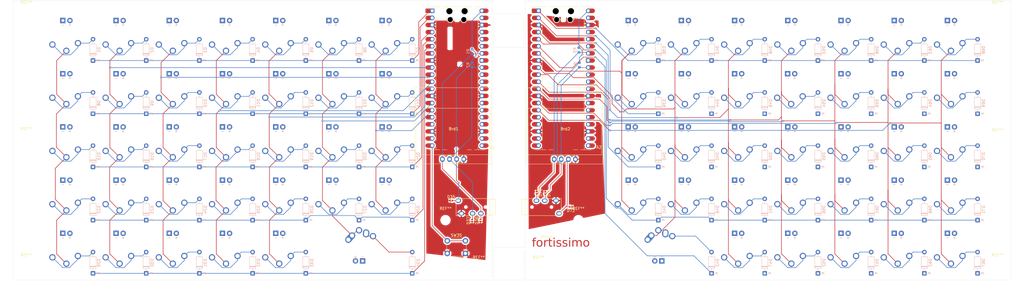
<source format=kicad_pcb>
(kicad_pcb (version 20241229) (generator "pcbnew") (generator_version "9.0")
  (layers (0 "F.Cu" signal) (2 "B.Cu" signal) (13 "F.Paste" user) (15 "B.Paste" user) (5 "F.SilkS" user "F.Silkscreen") (7 "B.SilkS" user "B.Silkscreen") (1 "F.Mask" user) (3 "B.Mask" user) (25 "Edge.Cuts" user))
  (net 0 "")
  (net 1 "/L_row_5")
  (net 3 "GND")
  (net 4 "/L_col_3")
  (net 7 "/L_SCL")
  (net 10 "/L_row_2")
  (net 11 "/L_col_1")
  (net 12 "VBUS")
  (net 15 "/L_col_6")
  (net 20 "/L_row_4")
  (net 21 "Net-(A1-GPIO15)")
  (net 24 "/L_col_4")
  (net 25 "/L_col_7")
  (net 29 "/L_SDA")
  (net 30 "/L_row_1")
  (net 31 "/L_row_3")
  (net 32 "/L_col_2")
  (net 34 "/L_col_5")
  (net 35 "Net-(D1-A)")
  (net 36 "Net-(D2-A)")
  (net 37 "Net-(D3-A)")
  (net 38 "Net-(D4-A)")
  (net 39 "Net-(D5-A)")
  (net 40 "Net-(D6-A)")
  (net 41 "Net-(D7-A)")
  (net 42 "Net-(D8-A)")
  (net 43 "Net-(D9-A)")
  (net 44 "Net-(D10-A)")
  (net 45 "Net-(D11-A)")
  (net 46 "Net-(D12-A)")
  (net 47 "Net-(D13-A)")
  (net 48 "Net-(D14-A)")
  (net 49 "Net-(D15-A)")
  (net 50 "Net-(D16-A)")
  (net 51 "Net-(D17-A)")
  (net 52 "Net-(D18-A)")
  (net 53 "Net-(D19-A)")
  (net 54 "Net-(D20-A)")
  (net 55 "Net-(D21-A)")
  (net 56 "Net-(D22-A)")
  (net 57 "Net-(D23-A)")
  (net 58 "Net-(D24-A)")
  (net 59 "Net-(D25-A)")
  (net 60 "Net-(D26-A)")
  (net 61 "Net-(D27-A)")
  (net 62 "Net-(D28-A)")
  (net 63 "Net-(D29-A)")
  (net 64 "Net-(D30-A)")
  (net 65 "Net-(D31-A)")
  (net 66 "Net-(D32-A)")
  (net 67 "Net-(D33-A)")
  (net 68 "Net-(D34-A)")
  (net 73 "/R_row_5")
  (net 74 "/R_row_4")
  (net 75 "/R_col_3")
  (net 77 "/R_col_5")
  (net 80 "/R_col_7")
  (net 82 "/R_col_2")
  (net 84 "/R_SCL")
  (net 88 "/R_SDA")
  (net 89 "/R_row_2")
  (net 90 "/R_row_3")
  (net 94 "/R_col_6")
  (net 96 "/R_col_1")
  (net 97 "/R_col_4")
  (net 98 "/R_row_1")
  (net 101 "Net-(D38-A)")
  (net 102 "Net-(D39-A)")
  (net 103 "Net-(D40-A)")
  (net 104 "Net-(D41-A)")
  (net 105 "Net-(D42-A)")
  (net 106 "Net-(D43-A)")
  (net 107 "Net-(D44-A)")
  (net 108 "Net-(D45-A)")
  (net 109 "Net-(D46-A)")
  (net 110 "Net-(D47-A)")
  (net 111 "Net-(D48-A)")
  (net 112 "Net-(D49-A)")
  (net 113 "Net-(D50-A)")
  (net 114 "Net-(D51-A)")
  (net 115 "Net-(D52-A)")
  (net 116 "Net-(D53-A)")
  (net 117 "Net-(D54-A)")
  (net 118 "Net-(D55-A)")
  (net 119 "Net-(D56-A)")
  (net 120 "Net-(D57-A)")
  (net 121 "Net-(D58-A)")
  (net 122 "Net-(D59-A)")
  (net 123 "Net-(D60-A)")
  (net 124 "Net-(D61-A)")
  (net 125 "Net-(D62-A)")
  (net 126 "Net-(D63-A)")
  (net 127 "Net-(D64-A)")
  (net 128 "Net-(D65-A)")
  (net 129 "Net-(D66-A)")
  (net 130 "Net-(D67-A)")
  (net 131 "Net-(D68-A)")
  (net 132 "Net-(D69-A)")
  (net 133 "Net-(D70-A)")
  (net 134 "Net-(D71-A)")
  (footprint "fortissimo-ii:Low-Profile-Choc-MX" (layer "F.Cu") (at 61.9125 52.3875)
    (property "Reference" "SW9")
    (property "Value" "SW_Push_45deg" (hide yes))
  )
  (footprint "fortissimo-ii:Low-Profile-Choc-MX" (layer "F.Cu") (at 264.31875 71.4375)
    (property "Reference" "SW43")
    (property "Value" "SW_Push_45deg" (hide yes))
  )
  (footprint "fortissimo-ii:Low-Profile-Choc-MX" (layer "F.Cu") (at 283.36875 71.4375)
    (property "Reference" "SW48")
    (property "Value" "SW_Push_45deg" (hide yes))
  )
  (footprint "fortissimo-ii:Low-Profile-Choc-MX" (layer "F.Cu") (at 157.1625 71.4375)
    (property "Reference" "SW21")
    (property "Value" "SW_Push_45deg" (hide yes))
  )
  (footprint "fortissimo-ii:TRRS-PJ-320A" (layer "F.Cu") (at 207.95 95.325 90)
    (property "Reference" "J2")
    (property "Value" "AudioJack4")
  )
  (footprint "fortissimo-ii:Low-Profile-Choc-MX" (layer "F.Cu") (at 119.0625 90.4875)
    (property "Reference" "SW26")
    (property "Value" "SW_Push_45deg" (hide yes))
  )
  (footprint "fortissimo-ii:Low-Profile-Choc-MX" (layer "F.Cu") (at 42.8625 109.5375)
    (property "Reference" "SW29")
    (property "Value" "SW_Push_45deg" (hide yes))
  )
  (footprint "fortissimo-ii:Low-Profile-Choc-MX" (layer "F.Cu") (at 302.35 52.3875)
    (property "Reference" "SW52")
    (property "Value" "SW_Push_45deg" (hide yes))
  )
  (footprint "fortissimo-ii:Low-Profile-Choc-MX" (layer "F.Cu") (at 340.51875 33.3375)
    (property "Reference" "SW61")
    (property "Value" "SW_Push_45deg" (hide yes))
  )
  (footprint "fortissimo-ii:Low-Profile-Choc-MX" (layer "F.Cu") (at 340.51875 90.4875)
    (property "Reference" "SW64")
    (property "Value" "SW_Push_45deg" (hide yes))
  )
  (footprint "fortissimo-ii:Low-Profile-Choc-MX" (layer "F.Cu") (at 321.46875 33.3375)
    (property "Reference" "SW56")
    (property "Value" "SW_Push_45deg" (hide yes))
  )
  (footprint "fortissimo-ii:Low-Profile-Choc-MX" (layer "F.Cu") (at 340.51875 52.3875)
    (property "Reference" "SW62")
    (property "Value" "SW_Push_45deg" (hide yes))
  )
  (footprint "fortissimo-ii:Low-Profile-Choc-MX" (layer "F.Cu") (at 61.9125 33.3375)
    (property "Reference" "SW2")
    (property "Value" "SW_Push_45deg" (hide yes))
  )
  (footprint "fortissimo-ii:Low-Profile-Choc-MX" (layer "F.Cu") (at 302.41875 90.4875)
    (property "Reference" "SW54")
    (property "Value" "SW_Push_45deg" (hide yes))
  )
  (footprint "fortissimo-ii:Low-Profile-Choc-MX" (layer "F.Cu") (at 80.9625 109.5375)
    (property "Reference" "SW31")
    (property "Value" "SW_Push_45deg" (hide yes))
  )
  (footprint "fortissimo-ii:Low-Profile-Choc-MX" (layer "F.Cu") (at 359.56875 109.5375)
    (property "Reference" "SW65")
    (property "Value" "SW_Push_45deg" (hide yes))
  )
  (footprint "fortissimo-ii:Low-Profile-Choc-MX" (layer "F.Cu") (at 100.0125 90.4875)
    (property "Reference" "SW25")
    (property "Value" "SW_Push_45deg" (hide yes))
  )
  (footprint "MountingHole:MountingHole_3.2mm_M3" (layer "F.Cu") (at 376.2375 71.934375)
    (property "Reference" "REF**")
    (property "Value" "MountingHole_3.2mm_M3")
  )
  (footprint "MountingHole:MountingHole_3.2mm_M3" (layer "F.Cu") (at 211.93125 117.525)
    (property "Reference" "REF**")
    (property "Value" "MountingHole_3.2mm_M3" (hide yes))
  )
  (footprint "MountingHole:MountingHole_3.2mm_M3" (layer "F.Cu") (at 178.59375 100.0125)
    (property "Reference" "REF**")
    (property "Value" "MountingHole_3.2mm_M3")
  )
  (footprint "Diode_SMD:D_SOD-882" (layer "F.Cu") (at 223.4875 95.25 180)
    (property "Reference" "D72")
    (property "Value" "PESD5V0S1UL")
  )
  (footprint "fortissimo-ii:Low-Profile-Choc-MX" (layer "F.Cu") (at 100.0125 33.3375)
    (property "Reference" "SW4")
    (property "Value" "SW_Push_45deg" (hide yes))
  )
  (footprint "MountingHole:MountingHole_3.2mm_M3" (layer "F.Cu") (at 376.2375 26.19375)
    (property "Reference" "REF**")
    (property "Value" "MountingHole_3.2mm_M3")
  )
  (footprint "fortissimo-ii:MX-Alps-Choc-2U-StabFlip" (layer "F.Cu") (at 147.6375 109.5375)
    (property "Reference" "SW34")
    (property "Value" "SW_Push_45deg")
  )
  (footprint "MountingHole:MountingHole_3.2mm_M3" (layer "F.Cu") (at 28.575 116.68125)
    (property "Reference" "REF**")
    (property "Value" "MountingHole_3.2mm_M3")
  )
  (footprint "fortissimo-ii:Low-Profile-Choc-MX" (layer "F.Cu") (at 157.1625 52.3875)
    (property "Reference" "SW14")
    (property "Value" "SW_Push_45deg" (hide yes))
  )
  (footprint "Diode_SMD:D_SOD-882" (layer "F.Cu") (at 188.11875 100.15 90)
    (property "Reference" "D37")
    (property "Value" "PESD5V0S1UL")
  )
  (footprint "fortissimo-ii:Low-Profile-Choc-MX" (layer "F.Cu") (at 42.8625 52.3875)
    (property "Reference" "SW8")
    (property "Value" "SW_Push_45deg" (hide yes))
  )
  (footprint "fortissimo-ii:Low-Profile-Choc-MX" (layer "F.Cu") (at 138.1125 33.3375)
    (property "Reference" "SW6")
    (property "Value" "SW_Push_45deg" (hide yes))
  )
  (footprint "fortissimo-ii:Low-Profile-Choc-MX" (layer "F.Cu") (at 119.0625 33.3375)
    (property "Reference" "SW5")
    (property "Value" "SW_Push_45deg" (hide yes))
  )
  (footprint "fortissimo-ii:Low-Profile-Choc-MX" (layer "F.Cu") (at 359.56875 52.3875)
    (property "Reference" "SW67")
    (property "Value" "SW_Push_45deg" (hide yes))
  )
  (footprint "fortissimo-ii:128x64OLED" (layer "F.Cu") (at 221.5 67.625 180)
    (property "Reference" "Brd2")
    (property "Value" "SSD1306")
  )
  (footprint "fortissimo-ii:Low-Profile-Choc-MX" (layer "F.Cu") (at 283.36875 33.3375)
    (property "Reference" "SW46")
    (property "Value" "SW_Push_45deg" (hide yes))
  )
  (footprint "fortissimo-ii:Low-Profile-Choc-MX" (layer "F.Cu") (at 359.56875 33.3375)
    (property "Reference" "SW66")
    (property "Value" "SW_Push_45deg" (hide yes))
  )
  (footprint "fortissimo-ii:Low-Profile-Choc-MX" (layer "F.Cu") (at 100.0125 71.4375)
    (property "Reference" "SW18")
    (property "Value" "SW_Push_45deg" (hide yes))
  )
  (footprint "fortissimo-ii:Low-Profile-Choc-MX" (layer "F.Cu") (at 138.1125 71.4375)
    (property "Reference" "SW20")
    (property "Value" "SW_Push_45deg" (hide yes))
  )
  (footprint "Diode_SMD:D_SOD-882" (layer "F.Cu") (at 211.2875 90.175 -90)
    (property "Reference" "D73")
    (property "Value" "PESD5V0S1UL")
  )
  (footprint "fortissimo-ii:Low-Profile-Choc-MX" (layer "F.Cu") (at 245.26875 52.3875)
    (property "Reference" "SW37")
    (property "Value" "SW_Push_45deg" (hide yes))
  )
  (footprint "fortissimo-ii:Low-Profile-Choc-MX" (layer "F.Cu") (at 42.8625 33.3375)
    (property "Reference" "SW1")
    (property "Value" "SW_Push_45deg" (hide yes))
  )
  (footprint "fortissimo-ii:Low-Profile-Choc-MX" (layer "F.Cu") (at 80.9625 90.4875)
    (property "Reference" "SW24")
    (property "Value" "SW_Push_45deg" (hide yes))
  )
  (footprint "fortissimo-ii:Low-Profile-Choc-MX" (layer "F.Cu") (at 321.46875 52.3875)
    (property "Reference" "SW57")
    (property "Value" "SW_Push_45deg" (hide yes))
  )
  (footprint "fortissimo-ii:Low-Profile-Choc-MX" (layer "F.Cu") (at 138.1125 90.4875)
    (property "Reference" "SW27")
    (property "Value" "SW_Push_45deg" (hide yes))
  )
  (footprint "Diode_SMD:D_SOD-882" (layer "F.Cu") (at 191.14375 100.125 90)
    (property "Reference" "D36")
    (property "Value" "PESD5V0S1UL")
  )
  (footprint "fortissimo-ii:Low-Profile-Choc-MX" (layer "F.Cu") (at 359.56875 71.4375)
    (property "Reference" "SW68")
    (property "Value" "SW_Push_45deg" (hide yes))
  )
  (footprint "MountingHole:MountingHole_3.2mm_M3" (layer "F.Cu") (at 28.575 71.4375)
    (property "Reference" "REF**")
    (property "Value" "MountingHole_3.2mm_M3")
  )
  (footprint "fortissimo-ii:Low-Profile-Choc-MX" (layer "F.Cu") (at 245.26875 33.3375)
    (property "Reference" "SW36")
    (property "Value" "SW_Push_45deg" (hide yes))
  )
  (footprint "fortissimo-ii:Low-Profile-Choc-MX" (layer "F.Cu") (at 100.0125 109.5375)
    (property "Reference" "SW32")
    (property "Value" "SW_Push_45deg" (hide yes))
  )
  (footprint "MountingHole:MountingHole_3.2mm_M3" (layer "F.Cu") (at 376.2375 116.68125)
    (property "Reference" "REF**")
    (property "Value" "MountingHole_3.2mm_M3")
  )
  (footprint "Diode_SMD:D_SOD-882" (layer "F.Cu") (at 180.625 93.03125)
    (property "Reference" "D35")
    (property "Value" "PESD5V0S1UL")
  )
  (footprint "fortissimo-ii:Low-Profile-Choc-MX" (layer "F.Cu") (at 80.9625 33.3375)
    (property "Reference" "SW3")
    (property "Value" "SW_Push_45deg" (hide yes))
  )
  (footprint "fortissimo-ii:Low-Profile-Choc-MX" (layer "F.Cu") (at 321.46875 71.4375)
    (property "Reference" "SW58")
    (property "Value" "SW_Push_45deg" (hide yes))
  )
  (footprint "fortissimo-ii:Low-Profile-Choc-MX" (layer "F.Cu") (at 119.0625 109.5375)
    (property "Reference" "SW33")
    (property "Value" "SW_Push_45deg" (hide yes))
  )
  (footprint "fortissimo-ii:Low-Profile-Choc-MX" (layer "F.Cu") (at 340.51875 71.4375)
    (property "Reference" "SW63")
    (property "Value" "SW_Push_45deg" (hide yes))
  )
  (footprint "Diode_SMD:D_SOD-882" (layer "F.Cu") (at 214.3125 90.275 -90)
    (property "Reference" "D74")
    (property "Value" "PESD5V0S1UL")
  )
  (footprint "MountingHole:MountingHole_3.2mm_M3" (layer "F.Cu") (at 226.21875 100.0125)
    (property "Reference" "REF**")
    (property "Value" "MountingHole_3.2mm_M3" (hide yes))
  )
  (footprint "fortissimo-ii:TRRS-PJ-320A" (layer "F.Cu") (at 194.48125 95.33125 -90)
    (property "Reference" "J1")
    (property "Value" "AudioJack4")
  )
  (footprint "fortissimo-ii:Low-Profile-Choc-MX" (layer "F.Cu") (at 302.41875 71.4375)
    (property "Reference" "SW53")
    (property "Value" "SW_Push_45deg" (hide yes))
  )
  (footprint "fortissimo-ii:Low-Profile-Choc-MX" (layer "F.Cu") (at 42.8625 90.4875)
    (property "Reference" "SW22")
    (property "Value" "SW_Push_45deg" (hide yes))
  )
  (footprint "fortissimo-ii:Low-Profile-Choc-MX" (layer "F.Cu") (at 340.51875 109.5375)
    (property "Reference" "SW60")
    (property "Value" "SW_Push_45deg" (hide yes))
  )
  (footprint "fortissimo-ii:Low-Profile-Choc-MX" (layer "F.Cu") (at 264.31875 90.4875)
    (property "Reference" "SW44")
    (property "Value" "SW_Push_45deg" (hide yes))
  )
  (footprint "fortissimo-ii:Low-Profile-Choc-MX" (layer "F.Cu") (at 100.0125 52.3875)
    (property "Reference" "SW11")
    (property "Value" "SW_Push_45deg" (hide yes))
  )
  (footprint "fortissimo-ii:Low-Profile-Choc-MX" (layer "F.Cu") (at 245.26875 90.4875)
    (property "Reference" "SW39")
    (property "Value" "SW_Push_45deg" (hide yes))
  )
  (footprint "fortissimo-ii:Low-Profile-Choc-MX" (layer "F.Cu") (at 157.1625 33.3375)
    (property "Reference" "SW7")
    (property "Value" "SW_Push_45deg" (hide yes))
  )
  (footprint "fortissimo-ii:SW_PUSH_6mm" (layer "F.Cu") (at 179.2375 107.41875)
    (property "Reference" "SW35")
    (property "Value" "LANG")
  )
  (footprint "fortissimo-ii:Low-Profile-Choc-MX" (layer "F.Cu") (at 61.9125 90.4875)
    (property "Reference" "SW23")
    (property "Value" "SW_Push_45deg" (hide yes))
  )
  (footprint "MountingHole:MountingHole_3.2mm_M3" (layer "F.Cu") (at 28.575 26.19375)
    (property "Reference" "REF**")
    (property "Value" "MountingHole_3.2mm_M3")
  )
  (footprint "fortissimo-ii:Low-Profile-Choc-MX" (layer "F.Cu") (at 138.1125 52.3875)
    (property "Reference" "SW13")
    (property "Value" "SW_Push_45deg" (hide yes))
  )
  (footprint "fortissimo-ii:Low-Profile-Choc-MX" (layer "F.Cu") (at 321.46875 109.5375)
    (property "Reference" "SW55")
    (property "Value" "SW_Push_45deg" (hide yes))
  )
  (footprint "fortissimo-ii:Low-Profile-Choc-MX" (layer "F.Cu") (at 80.9625 52.3875)
    (property "Reference" "SW10")
    (property "Value" "SW_Push_45deg" (hide yes))
  )
  (footprint "fortissimo-ii:Low-Profile-Choc-MX" (layer "F.Cu") (at 264.31875 33.3375)
    (property "Reference" "SW41")
    (property "Value" "SW_Push_45deg" (hide yes))
  )
  (footprint "fortissimo-ii:Low-Profile-Choc-MX" (layer "F.Cu") (at 302.41875 33.3375)
    (property "Reference" "SW51")
    (property "Value" "SW_Push_45deg" (hide yes))
  )
  (footprint "fortissimo-ii:Low-Profile-Choc-MX" (layer "F.Cu") (at 119.0625 52.3875)
    (property "Reference" "SW12")
    (property "Value" "SW_Push_45deg" (hide yes))
  )
  (footprint "fortissimo-ii:Low-Profile-Choc-MX" (layer "F.Cu") (at 283.36875 90.4875)
    (property "Reference" "SW49")
    (property "Value" "SW_Push_45deg" (hide yes))
  )
  (footprint "fortissimo-ii:Low-Profile-Choc-MX" (layer "F.Cu") (at 283.36875 52.3875)
    (property "Reference" "SW47")
    (property "Value" "SW_Push_45deg" (hide yes))
  )
  (footprint "fortissimo-ii:RaspberryPi_Pico_Common_Unspecified" (layer "F.Cu") (at 182.72125 49.19)
    (property "Reference" "A1")
    (property "Value" "RaspberryPi_Pico")
  )
  (footprint "fortissimo-ii:Low-Profile-Choc-MX" (layer "F.Cu") (at 80.9625 71.4375)
    (property "Reference" "SW17")
    (property "Value" "SW_Push_45deg" (hide yes))
  )
  (footprint "fortissimo-ii:Low-Profile-Choc-MX" (layer "F.Cu") (at 157.1625 90.4875)
    (property "Reference" "SW28")
    (property "Value" "SW_Push_45deg" (hide yes))
  )
  (footprint "fortissimo-ii:Low-Profile-Choc-MX" (layer "F.Cu") (at 321.46875 90.4875)
    (property "Reference" "SW59")
    (property "Value" "SW_Push_45deg" (hide yes))
  )
  (footprint "fortissimo-ii:MX-Alps-Choc-2U-StabFlip" (layer "F.Cu") (at 254.79375 109.5375)
    (property "Reference" "SW40")
    (property "Value" "SW_Push_45deg")
  )
  (footprint "fortissimo-ii:Low-Profile-Choc-MX" (layer "F.Cu") (at 119.0625 71.4375)
    (property "Reference" "SW19")
    (property "Value" "SW_Push_45deg" (hide yes))
  )
  (footprint "MountingHole:MountingHole_3.2mm_M3" (layer "F.Cu") (at 190.5 117.5)
    (property "Reference" "REF**")
    (property "Value" "MountingHole_3.2mm_M3")
  )
  (footprint "fortissimo-ii:Low-Profile-Choc-MX" (layer "F.Cu") (at 61.9125 71.4375)
    (property "Reference" "SW16")
    (property "Value" "SW_Push_45deg" (hide yes))
  )
  (footprint "fortissimo-ii:RaspberryPi_Pico_Common_Unspecified" (layer "F.Cu") (at 220.79 49.19)
    (property "Reference" "A2")
    (property "Value" "RaspberryPi_Pico")
  )
  (footprint "fortissimo-ii:Low-Profile-Choc-MX" (layer "F.Cu") (at 264.31875 52.3875)
    (property "Reference" "SW42")
    (property "Value" "SW_Push_45deg" (hide yes))
  )
  (footprint "fortissimo-ii:Low-Profile-Choc-MX" (layer "F.Cu") (at 302.41875 109.5375)
    (property "Reference" "SW50")
    (property "Value" "SW_Push_45deg" (hide yes))
  )
  (footprint "fortissimo-ii:Low-Profile-Choc-MX" (layer "F.Cu") (at 245.26875 71.4375)
    (property "Reference" "SW38")
    (property "Value" "SW_Push_45deg" (hide yes))
  )
  (footprint "fortissimo-ii:Low-Profile-Choc-MX" (layer "F.Cu") (at 42.8625 71.4375)
    (property "Reference" "SW15")
    (property "Value" "SW_Push_45deg" (hide yes))
  )
  (footprint "fortissimo-ii:Low-Profile-Choc-MX" (layer "F.Cu") (at 61.9125 109.5375)
    (property "Reference" "SW30")
    (property "Value" "SW_Push_45deg" (hide yes))
  )
  (footprint "fortissimo-ii:128x64OLED" (layer "F.Cu") (at 181.5 67.5764 180)
    (property "Reference" "Brd1")
    (property "Value" "SSD1306")
  )
  (footprint "fortissimo-ii:Low-Profile-Choc-MX" (layer "F.Cu") (at 283.36875 109.5375)
    (property "Reference" "SW45")
    (property "Value" "SW_Push_45deg" (hide yes))
  )
  (footprint "fortissimo-ii:Low-Profile-Choc-MX" (layer "F.Cu") (at 359.56875 90.4875)
    (property "Reference" "SW69")
    (property "Value" "SW_Push_45deg" (hide yes))
  )
  (footprint "fortissimo-ii:D_DO-35_SOD27_P7.62mm_Horizontal" (layer "B.Cu") (at 90.4875 61.9125 90)
    (property "Reference" "D10")
    (property "Value" "D")
  )
  (footprint "fortissimo-ii:D_DO-35_SOD27_P7.62mm_Horizontal" (layer "B.Cu") (at 71.4375 100.0125 90)
    (property "Reference" "D23")
    (property "Value" "D")
  )
  (footprint "fortissimo-ii:D_DO-35_SOD27_P7.62mm_Horizontal" (layer "B.Cu") (at 166.6875 80.9625 90)
    (property "Reference" "D21")
    (property "Value" "D")
  )
  (footprint "fortissimo-ii:D_DO-35_SOD27_P7.62mm_Horizontal" (layer "B.Cu") (at 147.6375 100.0125 90)
    (property "Reference" "D27")
    (property "Value" "D")
  )
  (footprint "fortissimo-ii:D_DO-35_SOD27_P7.62mm_Horizontal" (layer "B.Cu") (at 330.99375 42.8625 90)
    (property "Reference" "D58")
    (property "Value" "D")
  )
  (footprint "fortissimo-ii:D_DO-35_SOD27_P7.62mm_Horizontal" (layer "B.Cu") (at 109.5375 61.9125 90)
    (property "Reference" "D11")
    (property "Value" "D")
  )
  (footprint "fortissimo-ii:D_DO-35_SOD27_P7.62mm_Horizontal" (layer "B.Cu") (at 128.5875 61.9125 90)
    (property "Reference" "D12")
    (property "Value" "D")
  )
  (footprint "fortissimo-ii:D_DO-35_SOD27_P7.62mm_Horizontal" (layer "B.Cu") (at 369.09375 80.9625 90)
    (property "Reference" "D70")
    (property "Value" "D")
  )
  (footprint "fortissimo-ii:D_DO-35_SOD27_P7.62mm_Horizontal" (layer "B.Cu") (at 52.3875 61.9125 90)
    (property "Reference" "D8")
    (property "Value" "D")
  )
  (footprint "fortissimo-ii:R_0603_1608Metric" (layer "B.Cu") (at 226.525 44.45 -90)
    (property "Reference" "R4")
    (property "Value" "4.7k")
  )
  (footprint "fortissimo-ii:D_DO-35_SOD27_P7.62mm_Horizontal" (layer "B.Cu") (at 52.3875 80.9625 90)
    (property "Reference" "D15")
    (property "Value" "D")
  )
  (footprint "fortissimo-ii:D_DO-35_SOD27_P7.62mm_Horizontal" (layer "B.Cu") (at 273.84375 42.8625 90)
    (property "Reference" "D43")
    (property "Value" "D")
  )
  (footprint "fortissimo-ii:D_DO-35_SOD27_P7.62mm_Horizontal" (layer "B.Cu") (at 147.6375 61.9125 90)
    (property "Reference" "D13")
    (property "Value" "D")
  )
  (footprint "fortissimo-ii:D_DO-35_SOD27_P7.62mm_Horizontal" (layer "B.Cu") (at 109.5375 100.0125 90)
    (property "Reference" "D25")
    (property "Value" "D")
  )
  (footprint "fortissimo-ii:R_0603_1608Metric" (layer "B.Cu") (at 188.11875 39.65625 -90)
    (property "Reference" "R1")
    (property "Value" "4.7k")
  )
  (footprint "fortissimo-ii:D_DO-35_SOD27_P7.62mm_Horizontal" (layer "B.Cu") (at 166.6875 61.9125 90)
    (property "Reference" "D14")
    (property "Value" "D")
  )
  (footprint "fortissimo-ii:D_DO-35_SOD27_P7.62mm_Horizontal" (layer "B.Cu") (at 292.89375 100.0125 90)
    (property "Reference" "D51")
    (property "Value" "D")
  )
  (footprint "fortissimo-ii:D_DO-35_SOD27_P7.62mm_Horizontal" (layer "B.Cu") (at 273.84375 100.0125 90)
    (property "Reference" "D46")
    (property "Value" "D")
  )
  (footprint "fortissimo-ii:D_DO-35_SOD27_P7.62mm_Horizontal" (layer "B.Cu") (at 128.5875 100.0125 90)
    (property "Reference" "D26")
    (property "Value" "D")
  )
  (footprint "fortissimo-ii:D_DO-35_SOD27_P7.62mm_Horizontal" (layer "B.Cu") (at 128.5875 80.9625 90)
    (property "Reference" "D19")
    (property "Value" "D")
  )
  (footprint "fortissimo-ii:D_DO-35_SOD27_P7.62mm_Horizontal" (layer "B.Cu") (at 71.4375 80.9625 90)
    (property "Reference" "D16")
    (property "Value" "D")
  )
  (footprint "fortissimo-ii:D_DO-35_SOD27_P7.62mm_Horizontal" (layer "B.Cu") (at 166.6875 100.0125 90)
    (property "Reference" "D28")
    (property "Value" "D")
  )
  (footprint "fortissimo-ii:D_DO-35_SOD27_P7.62mm_Horizontal" (layer "B.Cu") (at 311.94375 61.9125 90)
    (property "Reference" "D54")
    (property "Value" "D")
  )
  (footprint "fortissimo-ii:D_DO-35_SOD27_P7.62mm_Horizontal" (layer "B.Cu") (at 292.89375 61.9125 90)
    (property "Reference" "D49")
    (property "Value" "D")
  )
  (footprint "fortissimo-ii:D_DO-35_SOD27_P7.62mm_Horizontal" (layer "B.Cu") (at 330.99375 80.9625 90)
    (property "Reference" "D60")
    (property "Value" "D")
  )
  (footprint "fortissimo-ii:D_DO-35_SOD27_P7.62mm_Horizontal" (layer "B.Cu") (at 330.99375 119.0625 90)
    (property "Reference" "D57")
    (property "Value" "D")
  )
  (footprint "fortissimo-ii:D_DO-35_SOD27_P7.62mm_Horizontal" (layer "B.Cu") (at 90.4875 119.0625 90)
    (property "Reference" "D31")
    (property "Value" "D")
  )
  (footprint "fortissimo-ii:D_DO-35_SOD27_P7.62mm_Horizontal" (layer "B.Cu") (at 90.4875 42.8625 90)
    (property "Reference" "D3")
    (property "Value" "D")
  )
  (footprint "fortissimo-ii:D_DO-35_SOD27_P7.62mm_Horizontal" (layer "B.Cu") (at 109.5375 80.9625 90)
    (property "Reference" "D18")
    (property "Value" "D")
  )
  (footprint "fortissimo-ii:D_DO-35_SOD27_P7.62mm_Horizontal" (layer "B.Cu") (at 350.04375 61.9125 90)
    (property "Reference" "D64")
    (property "Value" "D")
  )
  (footprint "fortissimo-ii:D_DO-35_SOD27_P7.62mm_Horizontal" (layer "B.Cu") (at 52.3875 42.8625 90)
    (property "Reference" "D1")
    (property "Value" "D")
  )
  (footprint "fortissimo-ii:D_DO-35_SOD27_P7.62mm_Horizontal" (layer "B.Cu") (at 52.3875 119.0625 90)
    (property "Reference" "D29")
    (property "Value" "D")
  )
  (footprint "fortissimo-ii:D_DO-35_SOD27_P7.62mm_Horizontal" (layer "B.Cu") (at 128.5875 42.8625 90)
    (property "Reference" "D5")
    (property "Value" "D")
  )
  (footprint "fortissimo-ii:D_DO-35_SOD27_P7.62mm_Horizontal" (layer "B.Cu") (at 350.04375 42.8625 90)
    (property "Reference" "D63")
    (property "Value" "D")
  )
  (footprint "fortissimo-ii:D_DO-35_SOD27_P7.62mm_Horizontal" (layer "B.Cu") (at 166.6875 119.0625 90)
    (property "Reference" "D34")
    (property "Value" "D")
  )
  (footprint "fortissimo-ii:D_DO-35_SOD27_P7.62mm_Horizontal" (layer "B.Cu") (at 273.84375 61.9125 90)
    (property "Reference" "D44")
    (property "Value" "D")
  )
  (footprint "fortissimo-ii:R_0603_1608Metric" (layer "B.Cu") (at 226.35 39.1 -90)
    (property "Reference" "R3")
    (property "Value" "4.7k")
  )
  (footprint "fortissimo-ii:D_DO-35_SOD27_P7.62mm_Horizontal" (layer "B.Cu") (at 369.09375 100.0125 90)
    (property "Reference" "D71")
    (property "Value" "D")
  )
  (footprint "fortissimo-ii:D_DO-35_SOD27_P7.62mm_Horizontal" (layer "B.Cu") (at 254.79375 42.8625 90)
    (property "Reference" "D38")
    (property "Value" "D")
  )
  (footprint "fortissimo-ii:D_DO-35_SOD27_P7.62mm_Horizontal" (layer "B.Cu") (at 273.84375 119.0625 90)
    (property "Reference" "D42")
    (property "Value" "D")
  )
  (footprint "fortissimo-ii:D_DO-35_SOD27_P7.62mm_Horizontal" (layer "B.Cu") (at 311.94375 119.0625 90)
    (property "Reference" "D52")
    (property "Value" "D")
  )
  (footprint "fortissimo-ii:D_DO-35_SOD27_P7.62mm_Horizontal" (layer "B.Cu") (at 311.94375 80.9625 90)
    (property "Reference" "D55")
    (property "Value" "D")
  )
  (footprint "fortissimo-ii:D_DO-35_SOD27_P7.62mm_Horizontal" (layer "B.Cu") (at 90.4875 80.9625 90)
    (property "Reference" "D17")
    (property "Value" "D")
  )
  (footprint "fortissimo-ii:D_DO-35_SOD27_P7.62mm_Horizontal" (layer "B.Cu") (at 369.09375 119.0625 90)
    (property "Reference" "D67")
    (property "Value" "D")
  )
  (footprint "fortissimo-ii:D_DO-35_SOD27_P7.62mm_Horizontal" (layer "B.Cu") (at 254.79375 80.9625 90)
    (property "Reference" "D40")
    (property "Value" "D")
  )
  (footprint "fortissimo-ii:D_DO-35_SOD27_P7.62mm_Horizontal" (layer "B.Cu") (at 350.04375 119.0625 90)
    (property "Reference" "D62")
    (property "Value" "D")
  )
  (footprint "fortissimo-ii:D_DO-35_SOD27_P7.62mm_Horizontal" (layer "B.Cu") (at 292.89375 119.0625 90)
    (property "Reference" "D47")
    (property "Value" "D")
  )
  (footprint "fortissimo-ii:D_DO-35_SOD27_P7.62mm_Horizontal" (layer "B.Cu") (at 273.84375 80.9625 90)
    (property "Reference" "D45")
    (property "Value" "D")
  )
  (footprint "fortissimo-ii:D_DO-35_SOD27_P7.62mm_Horizontal" (layer "B.Cu") (at 109.5375 119.0625 90)
    (property "Reference" "D32")
    (property "Value" "D")
  )
  (footprint "fortissimo-ii:D_DO-35_SOD27_P7.62mm_Horizontal" (layer "B.Cu") (at 52.3875 100.0125 90)
    (property "Reference" "D22")
    (property "Value" "D")
  )
  (footprint "fortissimo-ii:D_DO-35_SOD27_P7.62mm_Horizontal" (layer "B.Cu") (at 71.4375 61.9125 90)
    (property "Reference" "D9")
    (property "Value" "D")
  )
  (footprint "fortissimo-ii:D_DO-35_SOD27_P7.62mm_Horizontal" (layer "B.Cu") (at 330.99375 61.9125 90)
    (property "Reference" "D59")
    (property "Value" "D")
  )
  (footprint "fortissimo-ii:D_DO-35_SOD27_P7.62mm_Horizontal" (layer "B.Cu") (at 369.09375 42.8625 90)
    (property "Reference" "D68")
    (property "Value" "D")
  )
  (footprint "fortissimo-ii:D_DO-35_SOD27_P7.62mm_Horizontal" (layer "B.Cu") (at 128.5875 119.0625 90)
    (property "Reference" "D33")
    (property "Value" "D")
  )
  (footprint "fortissimo-ii:D_DO-35_SOD27_P7.62mm_Horizontal" (layer "B.Cu") (at 71.4375 119.0625 90)
    (property "Reference" "D30")
    (property "Value" "D")
  )
  (footprint "fortissimo-ii:D_DO-35_SOD27_P7.62mm_Horizontal" (layer "B.Cu") (at 311.94375 42.8625 90)
    (property "Reference" "D53")
    (property "Value" "D")
  )
  (footprint "fortissimo-ii:D_DO-35_SOD27_P7.62mm_Horizontal" (layer "B.Cu") (at 292.89375 42.8625 90)
    (property "Reference" "D48")
    (property "Value" "D")
  )
  (footprint "fortissimo-ii:D_DO-35_SOD27_P7.62mm_Horizontal" (layer "B.Cu") (at 330.99375 100.0125 90)
    (property "Reference" "D61")
    (property "Value" "D")
  )
  (footprint "fortissimo-ii:D_DO-35_SOD27_P7.62mm_Horizontal" (layer "B.Cu") (at 71.4375 42.8625 90)
    (property "Reference" "D2")
    (property "Value" "D")
  )
  (footprint "fortissimo-ii:D_DO-35_SOD27_P7.62mm_Horizontal" (layer "B.Cu") (at 350.04375 80.9625 90)
    (property "Reference" "D65")
    (property "Value" "D")
  )
  (footprint "fortissimo-ii:D_DO-35_SOD27_P7.62mm_Horizontal" (layer "B.Cu") (at 311.94375 100.0125 90)
    (property "Reference" "D56")
    (property "Value" "D")
  )
  (footprint "fortissimo-ii:D_DO-35_SOD27_P7.62mm_Horizontal" (layer "B.Cu") (at 90.4875 100.0125 90)
    (property "Reference" "D24")
    (property "Value" "D")
  )
  (footprint "fortissimo-ii:R_0603_1608Metric" (layer "B.Cu") (at 188.11875 44.41875 -90)
    (property "Reference" "R2")
    (property "Value" "4.7k")
  )
  (footprint "fortissimo-ii:D_DO-35_SOD27_P7.62mm_Horizontal" (layer "B.Cu") (at 369.09375 61.9125 90)
    (property "Reference" "D69")
    (property "Value" "D")
  )
  (footprint "fortissimo-ii:D_DO-35_SOD27_P7.62mm_Horizontal" (layer "B.Cu") (at 254.79375 100.0125 90)
    (property "Reference" "D41")
    (property "Value" "D")
  )
  (footprint "fortissimo-ii:D_DO-35_SOD27_P7.62mm_Horizontal" (layer "B.Cu") (at 109.5375 42.8625 90)
    (property "Reference" "D4")
    (property "Value" "D")
  )
  (footprint "fortissimo-ii:D_DO-35_SOD27_P7.62mm_Horizontal" (layer "B.Cu") (at 254.79375 61.9125 90)
    (property "Reference" "D39")
    (property "Value" "D")
  )
  (footprint "fortissimo-ii:D_DO-35_SOD27_P7.62mm_Horizontal" (layer "B.Cu") (at 166.6875 42.8625 90)
    (property "Reference" "D7")
    (property "Value" "D")
  )
  (footprint "fortissimo-ii:D_DO-35_SOD27_P7.62mm_Horizontal" (layer "B.Cu") (at 292.89375 80.9625 90)
    (property "Reference" "D50")
    (property "Value" "D")
  )
  (footprint "fortissimo-ii:D_DO-35_SOD27_P7.62mm_Horizontal" (layer "B.Cu") (at 350.04375 100.0125 90)
    (property "Reference" "D66")
    (property "Value" "D")
  )
  (footprint "fortissimo-ii:D_DO-35_SOD27_P7.62mm_Horizontal" (layer "B.Cu") (at 147.6375 42.8625 90)
    (property "Reference" "D6")
    (property "Value" "D")
  )
  (footprint "fortissimo-ii:D_DO-35_SOD27_P7.62mm_Horizontal" (layer "B.Cu") (at 147.6375 80.9625 90)
    (property "Reference" "D20")
    (property "Value" "D")
  )
  (gr_circle (center 195.5 115.5) (end 195.5 116) (stroke (width 0.05)) (fill no) (layer "Edge.Cuts"))
  (gr_line (start 381 121.44375) (end 381 21.43125) (stroke (width 0.05)) (layer "Edge.Cuts"))
  (gr_circle (center 195.5 32.5) (end 196 32.5) (stroke (width 0.05)) (fill no) (layer "Edge.Cuts"))
  (gr_circle (center 207 37) (end 207 36.5) (stroke (width 0.05)) (fill no) (layer "Edge.Cuts"))
  (gr_line (start 207.16875 21.43125) (end 207.16875 26.19375) (stroke (width 0.05)) (layer "Edge.Cuts"))
  (gr_circle (center 207 114.5) (end 207 114) (stroke (width 0.05)) (fill no) (layer "Edge.Cuts"))
  (gr_circle (center 207 34) (end 207 33.5) (stroke (width 0.05)) (fill no) (layer "Edge.Cuts"))
  (gr_line (start 207.16875 26.19375) (end 195.2625 26.19375) (stroke (width 0.05)) (layer "Edge.Cuts"))
  (gr_circle (center 207 116) (end 207 115.5) (stroke (width 0.05)) (fill no) (layer "Edge.Cuts"))
  (gr_circle (center 207 29.5) (end 207 29) (stroke (width 0.05)) (fill no) (layer "Edge.Cuts"))
  (gr_line (start 207.16875 38.1) (end 207.16875 109.725) (stroke (width 0.05)) (layer "Edge.Cuts"))
  (gr_circle (center 195.5 118.5) (end 195.5 119) (stroke (width 0.05)) (fill no) (layer "Edge.Cuts"))
  (gr_circle (center 195.5 117) (end 195.5 117.5) (stroke (width 0.05)) (fill no) (layer "Edge.Cuts"))
  (gr_circle (center 195.5 29.5) (end 196 29.5) (stroke (width 0.05)) (fill no) (layer "Edge.Cuts"))
  (gr_line (start 23.8125 121.44375) (end 23.8125 21.43125) (stroke (width 0.05)) (layer "Edge.Cuts"))
  (gr_circle (center 207 119) (end 207 118.5) (stroke (width 0.05)) (fill no) (layer "Edge.Cuts"))
  (gr_circle (center 207 32.5) (end 207 32) (stroke (width 0.05)) (fill no) (layer "Edge.Cuts"))
  (gr_line (start 195.2625 121.44375) (end 23.8125 121.44375) (stroke (width 0.05)) (layer "Edge.Cuts"))
  (gr_line (start 195.2625 38.1) (end 207.16875 38.1) (stroke (width 0.05)) (layer "Edge.Cuts"))
  (gr_line (start 23.8125 21.43125) (end 195.2625 21.43125) (stroke (width 0.05)) (layer "Edge.Cuts"))
  (gr_circle (center 207 113) (end 207 112.5) (stroke (width 0.05)) (fill no) (layer "Edge.Cuts"))
  (gr_circle (center 195.5 37) (end 196 37) (stroke (width 0.05)) (fill no) (layer "Edge.Cuts"))
  (gr_circle (center 195.5 120) (end 195.5 120.5) (stroke (width 0.05)) (fill no) (layer "Edge.Cuts"))
  (gr_circle (center 195.5 28) (end 195.5 27.5) (stroke (width 0.05)) (fill no) (layer "Edge.Cuts"))
  (gr_line (start 195.2625 109.725) (end 207.16875 109.725) (stroke (width 0.05)) (layer "Edge.Cuts"))
  (gr_circle (center 195.5 111) (end 195.5 111.5) (stroke (width 0.05)) (fill no) (layer "Edge.Cuts"))
  (gr_circle (center 195.5 35.5) (end 196 35.5) (stroke (width 0.05)) (fill no) (layer "Edge.Cuts"))
  (gr_circle (center 195.5 31) (end 196 31) (stroke (width 0.05)) (fill no) (layer "Edge.Cuts"))
  (gr_circle (center 195.5 114) (end 195.5 114.5) (stroke (width 0.05)) (fill no) (layer "Edge.Cuts"))
  (gr_line (start 195.2625 21.43125) (end 195.2625 26.19375) (stroke (width 0.05)) (layer "Edge.Cuts"))
  (gr_circle (center 207 117.5) (end 207 117) (stroke (width 0.05)) (fill no) (layer "Edge.Cuts"))
  (gr_circle (center 195.5 34) (end 196 34) (stroke (width 0.05)) (fill no) (layer "Edge.Cuts"))
  (gr_circle (center 207 28) (end 207 27.5) (stroke (width 0.05)) (fill no) (layer "Edge.Cuts"))
  (gr_circle (center 207 111.5) (end 207 111) (stroke (width 0.05)) (fill no) (layer "Edge.Cuts"))
  (gr_line (start 207.16875 121.44375) (end 381 121.44375) (stroke (width 0.05)) (layer "Edge.Cuts"))
  (gr_line (start 195.2625 109.725) (end 195.2625 38.1) (stroke (width 0.05)) (layer "Edge.Cuts"))
  (gr_line (start 381 21.43125) (end 207.16875 21.43125) (stroke (width 0.05)) (layer "Edge.Cuts"))
  (gr_circle (center 207 120.5) (end 207 120) (stroke (width 0.05)) (fill no) (layer "Edge.Cuts"))
  (gr_circle (center 195.5 112.5) (end 195.5 113) (stroke (width 0.05)) (fill no) (layer "Edge.Cuts"))
  (gr_circle (center 207 35.5) (end 207 35) (stroke (width 0.05)) (fill no) (layer "Edge.Cuts"))
  (gr_circle (center 207 31) (end 207 30.5) (stroke (width 0.05)) (fill no) (layer "Edge.Cuts"))
  (gr_line (start 195.2625 121.44375) (end 207.16875 121.44375) (stroke (width 0.05)) (layer "Edge.Cuts"))
  (gr_text "fortissimo" (at 209.5 110 0) (layer "F.Cu") (effects (font (size 3 3)) (justify left bottom)))
  (gr_text "gbtsui\n" (at 212.5 106.5 0) (layer "F.SilkS") (effects (font (size 1 1)) (justify left bottom)))
  (segment (start 172.69988 37.7825) (end 173.83125 37.7825) (width 0.2) (layer "F.Cu") (net 1))
  (segment (start 166.6875 119.0625) (end 171.12525 114.62475) (width 0.2) (layer "F.Cu") (net 1))
  (segment (start 171.12525 39.35713) (end 172.69988 37.7825) (width 0.2) (layer "F.Cu") (net 1))
  (segment (start 171.12525 114.62475) (end 171.12525 39.35713) (width 0.2) (layer "F.Cu") (net 1))
  (segment (start 52.3875 119.0625) (end 166.6875 119.0625) (width 0.2) (layer "B.Cu") (net 1))
  (segment (start 80.9625 58.4375) (end 77.4865 61.9135) (width 0.2) (layer "F.Cu") (net 4))
  (segment (start 77.4865 80.9635) (end 77.4865 93.0615) (width 0.2) (layer "F.Cu") (net 4))
  (segment (start 77.4865 93.0615) (end 80.9625 96.5375) (width 0.2) (layer "F.Cu") (net 4))
  (segment (start 77.4865 61.9135) (end 77.4865 74.0115) (width 0.2) (layer "F.Cu") (net 4))
  (segment (start 77.4865 100.0135) (end 77.4865 112.1115) (width 0.2) (layer "F.Cu") (net 4))
  (segment (start 77.4865 74.0115) (end 80.9625 77.4875) (width 0.2) (layer "F.Cu") (net 4))
  (segment (start 80.9625 96.5375) (end 77.4865 100.0135) (width 0.2) (layer "F.Cu") (net 4))
  (segment (start 80.9625 77.4875) (end 77.4865 80.9635) (width 0.2) (layer "F.Cu") (net 4))
  (segment (start 80.9625 39.3875) (end 76.775 43.575) (width 0.2) (layer "F.Cu") (net 4))
  (segment (start 76.775 54.25) (end 80.9625 58.4375) (width 0.2) (layer "F.Cu") (net 4))
  (segment (start 77.4865 112.1115) (end 80.9625 115.5875) (width 0.2) (layer "F.Cu") (net 4))
  (segment (start 76.775 43.575) (end 76.775 48.875) (width 0.2) (layer "F.Cu") (net 4))
  (segment (start 76.775 48.875) (end 76.775 54.25) (width 0.2) (layer "F.Cu") (net 4))
  (via (at 76.775 48.875) (size 0.6) (drill 0.3) (layers "F.Cu" "B.Cu") (net 4))
  (segment (start 173.83125 47.9425) (end 172.89875 48.875) (width 0.2) (layer "B.Cu") (net 4))
  (segment (start 172.89875 48.875) (end 76.775 48.875) (width 0.2) (layer "B.Cu") (net 4))
  (segment (start 188.28125 99.6375) (end 188.11875 99.8) (width 0.2) (layer "F.Cu") (net 7))
  (segment (start 188.28125 97.63125) (end 188.28125 99.6375) (width 0.2) (layer "F.Cu") (net 7))
  (segment (start 188 45.3625) (end 188 70.2164) (width 0.2) (layer "B.Cu") (net 7))
  (segment (start 188.11875 45.24375) (end 191.4525 45.24375) (width 0.2) (layer "B.Cu") (net 7))
  (segment (start 188.11875 45.24375) (end 188 45.3625) (width 0.2) (layer "B.Cu") (net 7))
  (segment (start 188.28125 97.63125) (end 188.28125 86.41765) (width 0.2) (layer "B.Cu") (net 7))
  (segment (start 188.28125 86.41765) (end 180.04 78.1764) (width 0.2) (layer "B.Cu") (net 7))
  (segment (start 191.4525 45.24375) (end 191.61125 45.4025) (width 0.2) (layer "B.Cu") (net 7))
  (segment (start 188 70.2164) (end 180.04 78.1764) (width 0.2) (layer "B.Cu") (net 7))
  (segment (start 169.5 30.82238) (end 172.69988 27.6225) (width 0.2) (layer "F.Cu") (net 10))
  (segment (start 166.6875 61.9125) (end 169.5 59.1) (width 0.2) (layer "F.Cu") (net 10))
  (segment (start 172.69988 27.6225) (end 173.83125 27.6225) (width 0.2) (layer "F.Cu") (net 10))
  (segment (start 169.5 59.1) (end 169.5 30.82238) (width 0.2) (layer "F.Cu") (net 10))
  (segment (start 52.3875 61.9125) (end 166.6875 61.9125) (width 0.2) (layer "B.Cu") (net 10))
  (segment (start 39.2885 62.0115) (end 39.2885 73.9135) (width 0.2) (layer "F.Cu") (net 11))
  (segment (start 39.3865 112.1115) (end 42.8625 115.5875) (width 0.2) (layer "F.Cu") (net 11))
  (segment (start 42.8625 96.5375) (end 39.3865 100.0135) (width 0.2) (layer "F.Cu") (net 11))
  (segment (start 42.8625 39.3875) (end 39.3865 42.8635) (width 0.2) (layer "F.Cu") (net 11))
  (segment (start 38.9 92.575) (end 42.8625 96.5375) (width 0.2) (layer "F.Cu") (net 11))
  (segment (start 39.3865 54.9615) (end 42.8625 58.4375) (width 0.2) (layer "F.Cu") (net 11))
  (segment (start 38.9 81.45) (end 38.9 92.575) (width 0.2) (layer "F.Cu") (net 11))
  (segment (start 42.8625 77.4875) (end 38.9 81.45) (width 0.2) (layer "F.Cu") (net 11))
  (segment (start 39.3865 100.0135) (end 39.3865 112.1115) (width 0.2) (layer "F.Cu") (net 11))
  (segment (start 39.2885 73.9135) (end 42.8625 77.4875) (width 0.2) (layer "F.Cu") (net 11))
  (segment (start 42.8625 58.4375) (end 39.2885 62.0115) (width 0.2) (layer "F.Cu") (net 11))
  (segment (start 39.3865 42.8635) (end 39.3865 54.9615) (width 0.2) (layer "F.Cu") (net 11))
  (segment (start 221.625 95.25) (end 223.1375 95.25) (width 0.2) (layer "F.Cu") (net 12))
  (segment (start 227.575 39.225) (end 227.575 40.6) (width 0.2) (layer "F.Cu") (net 12))
  (segment (start 219.25 97.625) (end 221.625 95.25) (width 0.2) (layer "F.Cu") (net 12))
  (segment (start 189.45 40.1625) (end 188.11875 38.83125) (width 0.2) (layer "F.Cu") (net 12))
  (segment (start 227.625 40.65) (end 227.4 40.65) (width 0.2) (layer "F.Cu") (net 12))
  (segment (start 180.975 93.03125) (end 183.18125 93.03125) (width 0.2) (layer "F.Cu") (net 12))
  (segment (start 227.575 40.6) (end 227.625 40.65) (width 0.2) (layer "F.Cu") (net 12))
  (segment (start 183.18125 93.03125) (end 183.1 92.95) (width 0.2) (layer "F.Cu") (net 12))
  (segment (start 183.3625 86.6375) (end 182.5 85.775) (width 0.2) (layer "F.Cu") (net 12))
  (segment (start 221.625 95.25) (end 222.17 94.705) (width 0.2) (layer "F.Cu") (net 12))
  (segment (start 189.45 41.08125) (end 189.45 40.1625) (width 0.2) (layer "F.Cu") (net 12))
  (segment (start 182.5 85.775) (end 182.5 74.475) (width 0.2) (layer "F.Cu") (net 12))
  (segment (start 222.17 94.705) (end 222.17 78.225) (width 0.2) (layer "F.Cu") (net 12))
  (via (at 189.45 41.08125) (size 0.6) (drill 0.3) (layers "F.Cu" "B.Cu") (net 12))
  (via (at 183.3625 86.6375) (size 0.6) (drill 0.3) (layers "F.Cu" "B.Cu") (net 12))
  (via (at 227.625 40.65) (size 0.6) (drill 0.3) (layers "F.Cu" "B.Cu") (net 12))
  (via (at 182.5 74.475) (size 0.6) (drill 0.3) (layers "F.Cu" "B.Cu") (net 12))
  (via (at 227.575 39.225) (size 0.6) (drill 0.3) (layers "F.Cu" "B.Cu") (net 12))
  (via (at 188.11875 38.83125) (size 0.6) (drill 0.3) (layers "F.Cu" "B.Cu") (net 12))
  (segment (start 226.35 38.275) (end 226.625 38.275) (width 0.2) (layer "B.Cu") (net 12))
  (segment (start 182.5 74.475) (end 182.5 49.2125) (width 0.2) (layer "B.Cu") (net 12))
  (segment (start 220.057951 80) (end 220.805 80) (width 0.2) (layer "B.Cu") (net 12))
  (segment (start 218.575 51.575) (end 218.601 51.601) (width 0.2) (layer "B.Cu") (net 12))
  (segment (start 226.35 38.275) (end 226.35 28.39) (width 0.2) (layer "B.Cu") (net 12))
  (segment (start 183.3625 87.715) (end 183.35625 87.72125) (width 0.2) (layer "B.Cu") (net 12))
  (segment (start 226.525 41.75) (end 226.525 43.625) (width 0.2) (layer "B.Cu") (net 12))
  (segment (start 188.11875 42.4125) (end 189.45 41.08125) (width 0.2) (layer "B.Cu") (net 12))
  (segment (start 226.625 38.275) (end 227.575 39.225) (width 0.2) (layer "B.Cu") (net 12))
  (segment (start 227.625 40.65) (end 226.525 41.75) (width 0.2) (layer "B.Cu") (net 12))
  (segment (start 220.805 80) (end 222.58 78.225) (width 0.2) (layer "B.Cu") (net 12))
  (segment (start 218.575 51.575) (end 218.529 51.621) (width 0.2) (layer "B.Cu") (net 12))
  (segment (start 188.11875 28.575) (end 188.11875 38.83125) (width 0.2) (layer "B.Cu") (net 12))
  (segment (start 191.61125 25.0825) (end 188.11875 28.575) (width 0.2) (layer "B.Cu") (net 12))
  (segment (start 188.11875 43.59375) (end 188.11875 42.4125) (width 0.2) (layer "B.Cu") (net 12))
  (segment (start 182.5 49.2125) (end 188.11875 43.59375) (width 0.2) (layer "B.Cu") (net 12))
  (segment (start 183.35625 93.03125) (end 183.18125 93.03125) (width 0.2) (layer "B.Cu") (net 12))
  (segment (start 183.3625 86.6375) (end 183.3625 87.715) (width 0.2) (layer "B.Cu") (net 12))
  (segment (start 226.525 43.625) (end 218.575 51.575) (width 0.2) (layer "B.Cu") (net 12))
  (segment (start 183.35625 87.72125) (end 183.35625 93.03125) (width 0.2) (layer "B.Cu") (net 12))
  (segment (start 218.601 51.601) (end 218.601 78.543049) (width 0.2) (layer "B.Cu") (net 12))
  (segment (start 218.601 78.543049) (end 220.057951 80) (width 0.2) (layer "B.Cu") (net 12))
  (segment (start 226.35 28.39) (end 229.68 25.06) (width 0.2) (layer "B.Cu") (net 12))
  (segment (start 138.1125 77.4875) (end 134.5385 81.0615) (width 0.2) (layer "F.Cu") (net 15))
  (segment (start 134.5385 54.8635) (end 138.1125 58.4375) (width 0.2) (layer "F.Cu") (net 15))
  (segment (start 134.5385 81.0615) (end 134.5385 92.9635) (width 0.2) (layer "F.Cu") (net 15))
  (segment (start 138.1125 58.4375) (end 134.5385 62.0115) (width 0.2) (layer "F.Cu") (net 15))
  (segment (start 134.5385 42.9615) (end 134.5385 54.8635) (width 0.2) (layer "F.Cu") (net 15))
  (segment (start 138.1125 96.5375) (end 138.1125 98.5125) (width 0.2) (layer "F.Cu") (net 15))
  (segment (start 134.5385 62.0115) (end 134.5385 64.5) (width 0.2) (layer "F.Cu") (net 15))
  (segment (start 138.1125 98.5125) (end 145.1375 105.5375) (width 0.2) (layer "F.Cu") (net 15))
  (segment (start 134.5385 73.9135) (end 138.1125 77.4875) (width 0.2) (layer "F.Cu") (net 15))
  (segment (start 147.0375 103.6375) (end 147.6375 103.6375) (width 0.2) (layer "F.Cu") (net 15))
  (segment (start 145.1375 105.5375) (end 147.0375 103.6375) (width 0.2) (layer "F.Cu") (net 15))
  (segment (start 138.1125 39.3875) (end 134.5385 42.9615) (width 0.2) (layer "F.Cu") (net 15))
  (segment (start 134.5385 64.5) (end 134.5385 73.9135) (width 0.2) (layer "F.Cu") (net 15))
  (segment (start 134.5385 92.9635) (end 138.1125 96.5375) (width 0.2) (layer "F.Cu") (net 15))
  (via (at 134.5385 64.5) (size 0.6) (drill 0.3) (layers "F.Cu" "B.Cu") (net 15))
  (segment (start 167.43375 64.5) (end 134.5385 64.5) (width 0.2) (layer "B.Cu") (net 15))
  (segment (start 173.83125 58.1025) (end 167.43375 64.5) (width 0.2) (layer "B.Cu") (net 15))
  (segment (start 172.69988 35.2425) (end 173.83125 35.2425) (width 0.2) (layer "F.Cu") (net 20))
  (segment (start 166.6875 100.0125) (end 170.55 96.15) (width 0.2) (layer "F.Cu") (net 20))
  (segment (start 170.55 96.15) (end 170.55 37.39238) (width 0.2) (layer "F.Cu") (net 20))
  (segment (start 170.55 37.39238) (end 172.69988 35.2425) (width 0.2) (layer "F.Cu") (net 20))
  (segment (start 52.3875 100.0125) (end 128.5875 100.0125) (width 0.2) (layer "B.Cu") (net 20))
  (segment (start 130.2355 98.3645) (end 145.9895 98.3645) (width 0.2) (layer "B.Cu") (net 20))
  (segment (start 128.5875 100.0125) (end 130.2355 98.3645) (width 0.2) (layer "B.Cu") (net 20))
  (segment (start 147.6375 100.0125) (end 148.7124 98.9376) (width 0.2) (layer "B.Cu") (net 20))
  (segment (start 165.6126 98.9376) (end 166.6875 100.0125) (width 0.2) (layer "B.Cu") (net 20))
  (segment (start 145.9895 98.3645) (end 147.6375 100.0125) (width 0.2) (layer "B.Cu") (net 20))
  (segment (start 148.7124 98.9376) (end 165.6126 98.9376) (width 0.2) (layer "B.Cu") (net 20))
  (segment (start 179.2375 107.41875) (end 173.83125 102.0125) (width 0.2) (layer "F.Cu") (net 21))
  (segment (start 173.83125 102.0125) (end 173.83125 73.3425) (width 0.2) (layer "F.Cu") (net 21))
  (segment (start 185.7375 107.41875) (end 179.2375 107.41875) (width 0.2) (layer "F.Cu") (net 21))
  (segment (start 100.0125 77.4875) (end 96.4385 81.0615) (width 0.2) (layer "F.Cu") (net 24))
  (segment (start 96.4385 92.9635) (end 100.0125 96.5375) (width 0.2) (layer "F.Cu") (net 24))
  (segment (start 96.5365 42.8635) (end 96.5365 54.9615) (width 0.2) (layer "F.Cu") (net 24))
  (segment (start 96.5365 100.0135) (end 96.5365 112.1115) (width 0.2) (layer "F.Cu") (net 24))
  (segment (start 100.0125 96.5375) (end 96.5365 100.0135) (width 0.2) (layer "F.Cu") (net 24))
  (segment (start 96.5365 74.0115) (end 100.0125 77.4875) (width 0.2) (layer "F.Cu") (net 24))
  (segment (start 97.65 60.8) (end 96.5365 61.9135) (width 0.2) (layer "F.Cu") (net 24))
  (segment (start 96.5365 54.9615) (end 100.0125 58.4375) (width 0.2) (layer "F.Cu") (net 24))
  (segment (start 100.0125 58.4375) (end 97.65 60.8) (width 0.2) (layer "F.Cu") (net 24))
  (segment (start 100.0125 39.3875) (end 96.5365 42.8635) (width 0.2) (layer "F.Cu") (net 24))
  (segment (start 96.4385 81.0615) (end 96.4385 92.9635) (width 0.2) (layer "F.Cu") (net 24))
  (segment (start 96.5365 61.9135) (end 96.5365 74.0115) (width 0.2) (layer "F.Cu") (net 24))
  (segment (start 96.5365 112.1115) (end 100.0125 115.5875) (width 0.2) (layer "F.Cu") (net 24))
  (via (at 97.65 60.8) (size 0.6) (drill 0.3) (layers "F.Cu" "B.Cu") (net 24))
  (segment (start 173.83125 50.4825) (end 163.50225 60.8115) (width 0.2) (layer "B.Cu") (net 24))
  (segment (start 163.50225 60.8115) (end 97.6615 60.8115) (width 0.2) (layer "B.Cu") (net 24))
  (segment (start 97.6615 60.8115) (end 97.65 60.8) (width 0.2) (layer "B.Cu") (net 24))
  (segment (start 157.1625 77.4875) (end 153.6865 80.9635) (width 0.2) (layer "F.Cu") (net 25))
  (segment (start 153.6865 93.0615) (end 157.1625 96.5375) (width 0.2) (layer "F.Cu") (net 25))
  (segment (start 153.6865 74.0115) (end 157.1625 77.4875) (width 0.2) (layer "F.Cu") (net 25))
  (segment (start 157.1625 58.4375) (end 153.6865 61.9135) (width 0.2) (layer "F.Cu") (net 25))
  (segment (start 153.6865 54.9615) (end 157.1625 58.4375) (width 0.2) (layer "F.Cu") (net 25))
  (segment (start 153.6865 67.95) (end 153.6865 74.0115) (width 0.2) (layer "F.Cu") (net 25))
  (segment (start 153.6865 42.8635) (end 153.6865 54.9615) (width 0.2) (layer "F.Cu") (net 25))
  (segment (start 153.6865 80.9635) (end 153.6865 93.0615) (width 0.2) (layer "F.Cu") (net 25))
  (segment (start 153.6865 61.9135) (end 153.6865 67.95) (width 0.2) (layer "F.Cu") (net 25))
  (segment (start 157.1625 39.3875) (end 153.6865 42.8635) (width 0.2) (layer "F.Cu") (net 25))
  (via (at 153.6865 67.95) (size 0.6) (drill 0.3) (layers "F.Cu" "B.Cu") (net 25))
  (segment (start 166.52375 67.95) (end 153.6865 67.95) (width 0.2) (layer "B.Cu") (net 25))
  (segment (start 173.83125 60.6425) (end 166.52375 67.95) (width 0.2) (layer "B.Cu") (net 25))
  (segment (start 191.28125 95.4125) (end 191.28125 97.63125) (width 0.2) (layer "F.Cu") (net 29))
  (segment (start 191.28125 97.63125) (end 191.28125 99.6375) (width 0.2) (layer "F.Cu") (net 29))
  (segment (start 191.28125 99.6375) (end 191.14375 99.775) (width 0.2) (layer "F.Cu") (net 29))
  (segment (start 177.5 78.1764) (end 177.5 81.63125) (width 0.2) (layer "F.Cu") (net 29))
  (segment (start 177.5 81.63125) (end 191.28125 95.4125) (width 0.2) (layer "F.Cu") (net 29))
  (segment (start 188.11875 40.48125) (end 177.5 51.1) (width 0.2) (layer "B.Cu") (net 29))
  (segment (start 191.4525 40.48125) (end 191.61125 40.3225) (width 0.2) (layer "B.Cu") (net 29))
  (segment (start 177.5 51.1) (end 177.5 78.1764) (width 0.2) (layer "B.Cu") (net 29))
  (segment (start 188.11875 40.48125) (end 191.4525 40.48125) (width 0.2) (layer "B.Cu") (net 29))
  (segment (start 166.6875 42.8625) (end 169 40.55) (width 0.2) (layer "F.Cu") (net 30))
  (segment (start 173.03125 25.0825) (end 173.83125 25.0825) (width 0.2) (layer "F.Cu") (net 30))
  (segment (start 169 29.11375) (end 173.03125 25.0825) (width 0.2) (layer "F.Cu") (net 30))
  (segment (start 169 40.55) (end 169 29.11375) (width 0.2) (layer "F.Cu") (net 30))
  (segment (start 52.3875 42.8625) (end 166.6875 42.8625) (width 0.2) (layer "B.Cu") (net 30))
  (segment (start 170.025 35.70875) (end 173.03125 32.7025) (width 0.2) (layer "F.Cu") (net 31))
  (segment (start 166.6875 80.9625) (end 170.025 77.625) (width 0.2) (layer "F.Cu") (net 31))
  (segment (start 170.025 77.625) (end 170.025 35.70875) (width 0.2) (layer "F.Cu") (net 31))
  (segment (start 52.3875 80.9625) (end 166.6875 80.9625) (width 0.2) (layer "B.Cu") (net 31))
  (segment (start 58.4365 61.9135) (end 58.4365 74.0115) (width 0.2) (layer "F.Cu") (net 32))
  (segment (start 58.4 100.05) (end 58.4 112.075) (width 0.2) (layer "F.Cu") (net 32))
  (segment (start 58.4365 42.8635) (end 58.4365 45.35) (width 0.2) (layer "F.Cu") (net 32))
  (segment (start 61.9125 96.5375) (end 58.4 100.05) (width 0.2) (layer "F.Cu") (net 32))
  (segment (start 58.4 112.075) (end 61.9125 115.5875) (width 0.2) (layer "F.Cu") (net 32))
  (segment (start 61.9125 39.3875) (end 58.4365 42.8635) (width 0.2) (layer "F.Cu") (net 32))
  (segment (start 58.4365 74.0115) (end 61.9125 77.4875) (width 0.2) (layer "F.Cu") (net 32))
  (segment (start 58.4365 45.35) (end 58.4365 54.9615) (width 0.2) (layer "F.Cu") (net 32))
  (segment (start 58.3385 92.9635) (end 61.9125 96.5375) (width 0.2) (layer "F.Cu") (net 32))
  (segment (start 61.9125 58.4375) (end 58.4365 61.9135) (width 0.2) (layer "F.Cu") (net 32))
  (segment (start 61.9125 77.4875) (end 58.3385 81.0615) (width 0.2) (layer "F.Cu") (net 32))
  (segment (start 58.4365 54.9615) (end 61.9125 58.4375) (width 0.2) (layer "F.Cu") (net 32))
  (segment (start 58.3385 81.0615) (end 58.3385 92.9635) (width 0.2) (layer "F.Cu") (net 32))
  (via (at 58.4365 45.35) (size 0.6) (drill 0.3) (layers "F.Cu" "B.Cu") (net 32))
  (segment (start 58.489 45.4025) (end 58.4365 45.35) (width 0.2) (layer "B.Cu") (net 32))
  (segment (start 173.83125 45.4025) (end 58.489 45.4025) (width 0.2) (layer "B.Cu") (net 32))
  (segment (start 115.4 43.05) (end 115.4 54.775) (width 0.2) (layer "F.Cu") (net 34))
  (segment (start 115.4885 62.0115) (end 115.4885 63.1) (width 0.2) (layer "F.Cu") (net 34))
  (segment (start 115.4885 63.1) (end 115.4885 73.9135) (width 0.2) (layer "F.Cu") (net 34))
  (segment (start 119.0625 39.3875) (end 115.4 43.05) (width 0.2) (layer "F.Cu") (net 34))
  (segment (start 115.5865 100.0135) (end 115.5865 112.1115) (width 0.2) (layer "F.Cu") (net 34))
  (segment (start 119.0625 96.5375) (end 115.5865 100.0135) (width 0.2) (layer "F.Cu") (net 34))
  (segment (start 115.5865 93.0615) (end 119.0625 96.5375) (width 0.2) (layer "F.Cu") (net 34))
  (segment (start 115.4 54.775) (end 119.0625 58.4375) (width 0.2) (layer "F.Cu") (net 34))
  (segment (start 119.0625 58.4375) (end 115.4885 62.0115) (width 0.2) (layer "F.Cu") (net 34))
  (segment (start 115.5865 112.1115) (end 119.0625 115.5875) (width 0.2) (layer "F.Cu") (net 34))
  (segment (start 115.5865 80.9635) (end 115.5865 93.0615) (width 0.2) (layer "F.Cu") (net 34))
  (segment (start 119.0625 77.4875) (end 115.5865 80.9635) (width 0.2) (layer "F.Cu") (net 34))
  (segment (start 115.4885 73.9135) (end 119.0625 77.4875) (width 0.2) (layer "F.Cu") (net 34))
  (via (at 115.4885 63.1) (size 0.6) (drill 0.3) (layers "F.Cu" "B.Cu") (net 34))
  (segment (start 167.38616 63.1) (end 115.4885 63.1) (width 0.2) (layer "B.Cu") (net 34))
  (segment (start 171.225 59.26116) (end 167.38616 63.1) (width 0.2) (layer "B.Cu") (net 34))
  (segment (start 171.225 55.62875) (end 171.225 59.26116) (width 0.2) (layer "B.Cu") (net 34))
  (segment (start 173.83125 53.0225) (end 171.225 55.62875) (width 0.2) (layer "B.Cu") (net 34))
  (segment (start 41.5385 40.8135) (end 44.40749 40.8135) (width 0.2) (layer "B.Cu") (net 35))
  (segment (start 44.40749 40.8135) (end 46.9925 38.22849) (width 0.2) (layer "B.Cu") (net 35))
  (segment (start 50.9925 36.6375) (end 52.3875 35.2425) (width 0.2) (layer "B.Cu") (net 35))
  (segment (start 46.9925 38.22849) (end 46.9925 36.6375) (width 0.2) (layer "B.Cu") (net 35))
  (segment (start 46.9925 36.6375) (end 50.9925 36.6375) (width 0.2) (layer "B.Cu") (net 35))
  (segment (start 37.8625 37.1375) (end 41.5385 40.8135) (width 0.2) (layer "B.Cu") (net 35))
  (segment (start 63.45749 40.8135) (end 66.0425 38.22849) (width 0.2) (layer "B.Cu") (net 36))
  (segment (start 60.5885 40.8135) (end 63.45749 40.8135) (width 0.2) (layer "B.Cu") (net 36))
  (segment (start 70.0425 36.6375) (end 71.4375 35.2425) (width 0.2) (layer "B.Cu") (net 36))
  (segment (start 66.0425 36.6375) (end 70.0425 36.6375) (width 0.2) (layer "B.Cu") (net 36))
  (segment (start 56.9125 37.1375) (end 60.5885 40.8135) (width 0.2) (layer "B.Cu") (net 36))
  (segment (start 66.0425 38.22849) (end 66.0425 36.6375) (width 0.2) (layer "B.Cu") (net 36))
  (segment (start 85.0925 38.22849) (end 85.0925 36.6375) (width 0.2) (layer "B.Cu") (net 37))
  (segment (start 85.0925 36.6375) (end 89.0925 36.6375) (width 0.2) (layer "B.Cu") (net 37))
  (segment (start 89.0925 36.6375) (end 90.4875 35.2425) (width 0.2) (layer "B.Cu") (net 37))
  (segment (start 82.50749 40.8135) (end 85.0925 38.22849) (width 0.2) (layer "B.Cu") (net 37))
  (segment (start 75.9625 37.1375) (end 79.6385 40.8135) (width 0.2) (layer "B.Cu") (net 37))
  (segment (start 79.6385 40.8135) (end 82.50749 40.8135) (width 0.2) (layer "B.Cu") (net 37))
  (segment (start 104.1425 36.6375) (end 108.1425 36.6375) (width 0.2) (layer "B.Cu") (net 38))
  (segment (start 101.55749 40.8135) (end 104.1425 38.22849) (width 0.2) (layer "B.Cu") (net 38))
  (segment (start 108.1425 36.6375) (end 109.5375 35.2425) (width 0.2) (layer "B.Cu") (net 38))
  (segment (start 95.0125 37.1375) (end 98.6885 40.8135) (width 0.2) (layer "B.Cu") (net 38))
  (segment (start 104.1425 38.22849) (end 104.1425 36.6375) (width 0.2) (layer "B.Cu") (net 38))
  (segment (start 98.6885 40.8135) (end 101.55749 40.8135) (width 0.2) (layer "B.Cu") (net 38))
  (segment (start 123.1925 36.6375) (end 127.1925 36.6375) (width 0.2) (layer "B.Cu") (net 39))
  (segment (start 120.60749 40.8135) (end 123.1925 38.22849) (width 0.2) (layer "B.Cu") (net 39))
  (segment (start 117.7385 40.8135) (end 120.60749 40.8135) (width 0.2) (layer "B.Cu") (net 39))
  (segment (start 114.0625 37.1375) (end 117.7385 40.8135) (width 0.2) (layer "B.Cu") (net 39))
  (segment (start 123.1925 38.22849) (end 123.1925 36.6375) (width 0.2) (layer "B.Cu") (net 39))
  (segment (start 127.1925 36.6375) (end 128.5875 35.2425) (width 0.2) (layer "B.Cu") (net 39))
  (segment (start 139.65749 40.8135) (end 142.2425 38.22849) (width 0.2) (layer "B.Cu") (net 40))
  (segment (start 133.1125 37.1375) (end 136.7885 40.8135) (width 0.2) (layer "B.Cu") (net 40))
  (segment (start 142.2425 36.6375) (end 146.2425 36.6375) (width 0.2) (layer "B.Cu") (net 40))
  (segment (start 146.2425 36.6375) (end 147.6375 35.2425) (width 0.2) (layer "B.Cu") (net 40))
  (segment (start 136.7885 40.8135) (end 139.65749 40.8135) (width 0.2) (layer "B.Cu") (net 40))
  (segment (start 142.2425 38.22849) (end 142.2425 36.6375) (width 0.2) (layer "B.Cu") (net 40))
  (segment (start 158.70749 40.8135) (end 161.2925 38.22849) (width 0.2) (layer "B.Cu") (net 41))
  (segment (start 155.8385 40.8135) (end 158.70749 40.8135) (width 0.2) (layer "B.Cu") (net 41))
  (segment (start 165.2925 36.6375) (end 166.6875 35.2425) (width 0.2) (layer "B.Cu") (net 41))
  (segment (start 152.1625 37.1375) (end 155.8385 40.8135) (width 0.2) (layer "B.Cu") (net 41))
  (segment (start 161.2925 38.22849) (end 161.2925 36.6375) (width 0.2) (layer "B.Cu") (net 41))
  (segment (start 161.2925 36.6375) (end 165.2925 36.6375) (width 0.2) (layer "B.Cu") (net 41))
  (segment (start 41.5385 59.8635) (end 44.40749 59.8635) (width 0.2) (layer "B.Cu") (net 42))
  (segment (start 46.9925 57.27849) (end 46.9925 55.6875) (width 0.2) (layer "B.Cu") (net 42))
  (segment (start 46.9925 55.6875) (end 48.3875 54.2925) (width 0.2) (layer "B.Cu") (net 42))
  (segment (start 48.3875 54.2925) (end 52.3875 54.2925) (width 0.2) (layer "B.Cu") (net 42))
  (segment (start 37.8625 56.1875) (end 41.5385 59.8635) (width 0.2) (layer "B.Cu") (net 42))
  (segment (start 44.40749 59.8635) (end 46.9925 57.27849) (width 0.2) (layer "B.Cu") (net 42))
  (segment (start 56.9125 56.1875) (end 60.5885 59.8635) (width 0.2) (layer "B.Cu") (net 43))
  (segment (start 63.45749 59.8635) (end 66.0425 57.27849) (width 0.2) (layer "B.Cu") (net 43))
  (segment (start 66.0425 55.6875) (end 70.0425 55.6875) (width 0.2) (layer "B.Cu") (net 43))
  (segment (start 66.0425 57.27849) (end 66.0425 55.6875) (width 0.2) (layer "B.Cu") (net 43))
  (segment (start 70.0425 55.6875) (end 71.4375 54.2925) (width 0.2) (layer "B.Cu") (net 43))
  (segment (start 60.5885 59.8635) (end 63.45749 59.8635) (width 0.2) (layer "B.Cu") (net 43))
  (segment (start 79.6385 59.8635) (end 82.50749 59.8635) (width 0.2) (layer "B.Cu") (net 44))
  (segment (start 82.50749 59.8635) (end 85.0925 57.27849) (width 0.2) (layer "B.Cu") (net 44))
  (segment (start 85.0925 55.6875) (end 86.4875 54.2925) (width 0.2) (layer "B.Cu") (net 44))
  (segment (start 85.0925 57.27849) (end 85.0925 55.6875) (width 0.2) (layer "B.Cu") (net 44))
  (segment (start 75.9625 56.1875) (end 79.6385 59.8635) (width 0.2) (layer "B.Cu") (net 44))
  (segment (start 86.4875 54.2925) (end 90.4875 54.2925) (width 0.2) (layer "B.Cu") (net 44))
  (segment (start 108.1425 55.6875) (end 109.5375 54.2925) (width 0.2) (layer "B.Cu") (net 45))
  (segment (start 98.6885 59.8635) (end 101.55749 59.8635) (width 0.2) (layer "B.Cu") (net 45))
  (segment (start 95.0125 56.1875) (end 98.6885 59.8635) (width 0.2) (layer "B.Cu") (net 45))
  (segment (start 101.55749 59.8635) (end 104.1425 57.27849) (width 0.2) (layer "B.Cu") (net 45))
  (segment (start 104.1425 55.6875) (end 108.1425 55.6875) (width 0.2) (layer "B.Cu") (net 45))
  (segment (start 104.1425 57.27849) (end 104.1425 55.6875) (width 0.2) (layer "B.Cu") (net 45))
  (segment (start 114.0625 56.1875) (end 117.7385 59.8635) (width 0.2) (layer "B.Cu") (net 46))
  (segment (start 123.1925 56.324169) (end 123.1925 55.6875) (width 0.2) (layer "B.Cu") (net 46))
  (segment (start 117.7385 59.8635) (end 119.653169 59.8635) (width 0.2) (layer "B.Cu") (net 46))
  (segment (start 119.653169 59.8635) (end 123.1925 56.324169) (width 0.2) (layer "B.Cu") (net 46))
  (segment (start 124.5875 54.2925) (end 128.5875 54.2925) (width 0.2) (layer "B.Cu") (net 46))
  (segment (start 123.1925 55.6875) (end 124.5875 54.2925) (width 0.2) (layer "B.Cu") (net 46))
  (segment (start 142.2425 55.6875) (end 146.2425 55.6875) (width 0.2) (layer "B.Cu") (net 47))
  (segment (start 146.2425 55.6875) (end 147.6375 54.2925) (width 0.2) (layer "B.Cu") (net 47))
  (segment (start 133.1125 56.1875) (end 136.7885 59.8635) (width 0.2) (layer "B.Cu") (net 47))
  (segment (start 139.65749 59.8635) (end 142.2425 57.27849) (width 0.2) (layer "B.Cu") (net 47))
  (segment (start 136.7885 59.8635) (end 139.65749 59.8635) (width 0.2) (layer "B.Cu") (net 47))
  (segment (start 142.2425 57.27849) (end 142.2425 55.6875) (width 0.2) (layer "B.Cu") (net 47))
  (segment (start 152.1625 56.1875) (end 155.8385 59.8635) (width 0.2) (layer "B.Cu") (net 48))
  (segment (start 157.753169 59.8635) (end 161.2925 56.324169) (width 0.2) (layer "B.Cu") (net 48))
  (segment (start 161.2925 55.6875) (end 165.2925 55.6875) (width 0.2) (layer "B.Cu") (net 48))
  (segment (start 161.2925 56.324169) (end 161.2925 55.6875) (width 0.2) (layer "B.Cu") (net 48))
  (segment (start 155.8385 59.8635) (end 157.753169 59.8635) (width 0.2) (layer "B.Cu") (net 48))
  (segment (start 165.2925 55.6875) (end 166.6875 54.2925) (width 0.2) (layer "B.Cu") (net 48))
  (segment (start 50.9925 74.7375) (end 52.3875 73.3425) (width 0.2) (layer "B.Cu") (net 49))
  (segment (start 46.9925 76.32849) (end 46.9925 74.7375) (width 0.2) (layer "B.Cu") (net 49))
  (segment (start 46.9925 74.7375) (end 50.9925 74.7375) (width 0.2) (layer "B.Cu") (net 49))
  (segment (start 44.40749 78.9135) (end 46.9925 76.32849) (width 0.2) (layer "B.Cu") (net 49))
  (segment (start 41.5385 78.9135) (end 44.40749 78.9135) (width 0.2) (layer "B.Cu") (net 49))
  (segment (start 37.8625 75.2375) (end 41.5385 78.9135) (width 0.2) (layer "B.Cu") (net 49))
  (segment (start 66.0425 74.7375) (end 70.0425 74.7375) (width 0.2) (layer "B.Cu") (net 50))
  (segment (start 56.9125 75.2375) (end 60.5885 78.9135) (width 0.2) (layer "B.Cu") (net 50))
  (segment (start 60.5885 78.9135) (end 63.45749 78.9135) (width 0.2) (layer "B.Cu") (net 50))
  (segment (start 66.0425 76.32849) (end 66.0425 74.7375) (width 0.2) (layer "B.Cu") (net 50))
  (segment (start 63.45749 78.9135) (end 66.0425 76.32849) (width 0.2) (layer "B.Cu") (net 50))
  (segment (start 70.0425 74.7375) (end 71.4375 73.3425) (width 0.2) (layer "B.Cu") (net 50))
  (segment (start 85.0925 76.32849) (end 85.0925 74.7375) (width 0.2) (layer "B.Cu") (net 51))
  (segment (start 86.4875 73.3425) (end 90.4875 73.3425) (width 0.2) (layer "B.Cu") (net 51))
  (segment (start 79.6385 78.9135) (end 82.50749 78.9135) (width 0.2) (layer "B.Cu") (net 51))
  (segment (start 82.50749 78.9135) (end 85.0925 76.32849) (width 0.2) (layer "B.Cu") (net 51))
  (segment (start 75.9625 75.2375) (end 79.6385 78.9135) (width 0.2) (layer "B.Cu") (net 51))
  (segment (start 85.0925 74.7375) (end 86.4875 73.3425) (width 0.2) (layer "B.Cu") (net 51))
  (segment (start 104.1425 74.7375) (end 108.1425 74.7375) (width 0.2) (layer "B.Cu") (net 52))
  (segment (start 98.6885 78.9135) (end 100.603169 78.9135) (width 0.2) (layer "B.Cu") (net 52))
  (segment (start 108.1425 74.7375) (end 109.5375 73.3425) (width 0.2) (layer "B.Cu") (net 52))
  (segment (start 104.1425 75.374169) (end 104.1425 74.7375) (width 0.2) (layer "B.Cu") (net 52))
  (segment (start 100.603169 78.9135) (end 104.1425 75.374169) (width 0.2) (layer "B.Cu") (net 52))
  (segment (start 95.0125 75.2375) (end 98.6885 78.9135) (width 0.2) (layer "B.Cu") (net 52))
  (segment (start 114.0625 75.2375) (end 117.7385 78.9135) (width 0.2) (layer "B.Cu") (net 53))
  (segment (start 123.1925 76.32849) (end 123.1925 74.7375) (width 0.2) (layer "B.Cu") (net 53))
  (segment (start 117.7385 78.9135) (end 120.60749 78.9135) (width 0.2) (layer "B.Cu") (net 53))
  (segment (start 120.60749 78.9135) (end 123.1925 76.32849) (width 0.2) (layer "B.Cu") (net 53))
  (segment (start 127.1925 74.7375) (end 128.5875 73.3425) (width 0.2) (layer "B.Cu") (net 53))
  (segment (start 123.1925 74.7375) (end 127.1925 74.7375) (width 0.2) (layer "B.Cu") (net 53))
  (segment (start 142.2425 74.7375) (end 146.2425 74.7375) (width 0.2) (layer "B.Cu") (net 54))
  (segment (start 139.65749 78.9135) (end 142.2425 76.32849) (width 0.2) (layer "B.Cu") (net 54))
  (segment (start 146.2425 74.7375) (end 147.6375 73.3425) (width 0.2) (layer "B.Cu") (net 54))
  (segment (start 136.7885 78.9135) (end 139.65749 78.9135) (width 0.2) (layer "B.Cu") (net 54))
  (segment (start 133.1125 75.2375) (end 136.7885 78.9135) (width 0.2) (layer "B.Cu") (net 54))
  (segment (start 142.2425 76.32849) (end 142.2425 74.7375) (width 0.2) (layer "B.Cu") (net 54))
  (segment (start 161.2925 74.7375) (end 162.6875 73.3425) (width 0.2) (layer "B.Cu") (net 55))
  (segment (start 155.8385 78.9135) (end 158.70749 78.9135) (width 0.2) (layer "B.Cu") (net 55))
  (segment (start 158.70749 78.9135) (end 161.2925 76.32849) (width 0.2) (layer "B.Cu") (net 55))
  (segment (start 152.1625 75.2375) (end 155.8385 78.9135) (width 0.2) (layer "B.Cu") (net 55))
  (segment (start 161.2925 76.32849) (end 161.2925 74.7375) (width 0.2) (layer "B.Cu") (net 55))
  (segment (start 162.6875 73.3425) (end 166.6875 73.3425) (width 0.2) (layer "B.Cu") (net 55))
  (segment (start 41.5385 97.9635) (end 44.40749 97.9635) (width 0.2) (layer "B.Cu") (net 56))
  (segment (start 46.9925 95.37849) (end 46.9925 93.7875) (width 0.2) (layer "B.Cu") (net 56))
  (segment (start 46.9925 93.7875) (end 48.3875 92.3925) (width 0.2) (layer "B.Cu") (net 56))
  (segment (start 37.8625 94.2875) (end 41.5385 97.9635) (width 0.2) (layer "B.Cu") (net 56))
  (segment (start 48.3875 92.3925) (end 52.3875 92.3925) (width 0.2) (layer "B.Cu") (net 56))
  (segment (start 44.40749 97.9635) (end 46.9925 95.37849) (width 0.2) (layer "B.Cu") (net 56))
  (segment (start 56.9125 94.2875) (end 60.5885 97.9635) (width 0.2) (layer "B.Cu") (net 57))
  (segment (start 66.0425 95.37849) (end 66.0425 93.7875) (width 0.2) (layer "B.Cu") (net 57))
  (segment (start 70.0425 93.7875) (end 71.4375 92.3925) (width 0.2) (layer "B.Cu") (net 57))
  (segment (start 60.5885 97.9635) (end 63.45749 97.9635) (width 0.2) (layer "B.Cu") (net 57))
  (segment (start 63.45749 97.9635) (end 66.0425 95.37849) (width 0.2) (layer "B.Cu") (net 57))
  (segment (start 66.0425 93.7875) (end 70.0425 93.7875) (width 0.2) (layer "B.Cu") (net 57))
  (segment (start 82.50749 97.9635) (end 85.0925 95.37849) (width 0.2) (layer "B.Cu") (net 58))
  (segment (start 75.9625 94.2875) (end 79.6385 97.9635) (width 0.2) (layer "B.Cu") (net 58))
  (segment (start 89.0925 93.7875) (end 90.4875 92.3925) (width 0.2) (layer "B.Cu") (net 58))
  (segment (start 79.6385 97.9635) (end 82.50749 97.9635) (width 0.2) (layer "B.Cu") (net 58))
  (segment (start 85.0925 95.37849) (end 85.0925 93.7875) (width 0.2) (layer "B.Cu") (net 58))
  (segment (start 85.0925 93.7875) (end 89.0925 93.7875) (width 0.2) (layer "B.Cu") (net 58))
  (segment (start 101.55749 97.9635) (end 104.1425 95.37849) (width 0.2) (layer "B.Cu") (net 59))
  (segment (start 104.1425 93.7875) (end 105.5375 92.3925) (width 0.2) (layer "B.Cu") (net 59))
  (segment (start 104.1425 95.37849) (end 104.1425 93.7875) (width 0.2) (layer "B.Cu") (net 59))
  (segment (start 95.0125 94.2875) (end 98.6885 97.9635) (width 0.2) (layer "B.Cu") (net 59))
  (segment (start 105.5375 92.3925) (end 109.5375 92.3925) (width 0.2) (layer "B.Cu") (net 59))
  (segment (start 98.6885 97.9635) (end 101.55749 97.9635) (width 0.2) (layer "B.Cu") (net 59))
  (segment (start 120.60749 97.9635) (end 123.1925 95.37849) (width 0.2) (layer "B.Cu") (net 60))
  (segment (start 117.7385 97.9635) (end 120.60749 97.9635) (width 0.2) (layer "B.Cu") (net 60))
  (segment (start 123.1925 95.37849) (end 123.1925 93.7875) (width 0.2) (layer "B.Cu") (net 60))
  (segment (start 114.0625 94.2875) (end 117.7385 97.9635) (width 0.2) (layer "B.Cu") (net 60))
  (segment (start 124.5875 92.3925) (end 128.5875 92.3925) (width 0.2) (layer "B.Cu") (net 60))
  (segment (start 123.1925 93.7875) (end 124.5875 92.3925) (width 0.2) (layer "B.Cu") (net 60))
  (segment (start 136.7885 97.9635) (end 139.65749 97.9635) (width 0.2) (layer "B.Cu") (net 61))
  (segment (start 139.65749 97.9635) (end 142.2425 95.37849) (width 0.2) (layer "B.Cu") (net 61))
  (segment (start 143.6375 92.3925) (end 147.6375 92.3925) (width 0.2) (layer "B.Cu") (net 61))
  (segment (start 142.2425 95.37849) (end 142.2425 93.7875) (width 0.2) (layer "B.Cu") (net 61))
  (segment (start 133.1125 94.2875) (end 136.7885 97.9635) (width 0.2) (layer "B.Cu") (net 61))
  (segment (start 142.2425 93.7875) (end 143.6375 92.3925) (width 0.2) (layer "B.Cu") (net 61))
  (segment (start 152.1625 94.2875) (end 155.8385 97.9635) (width 0.2) (layer "B.Cu") (net 62))
  (segment (start 161.2925 93.7875) (end 165.2925 93.7875) (width 0.2) (layer "B.Cu") (net 62))
  (segment (start 158.70749 97.9635) (end 161.2925 95.37849) (width 0.2) (layer "B.Cu") (net 62))
  (segment (start 155.8385 97.9635) (end 158.70749 97.9635) (width 0.2) (layer "B.Cu") (net 62))
  (segment (start 161.2925 95.37849) (end 161.2925 93.7875) (width 0.2) (layer "B.Cu") (net 62))
  (segment (start 165.2925 93.7875) (end 166.6875 92.3925) (width 0.2) (layer "B.Cu") (net 62))
  (segment (start 41.5385 117.0135) (end 43.9615 117.0135) (width 0.2) (layer "B.Cu") (net 63))
  (segment (start 37.8625 113.3375) (end 41.5385 117.0135) (width 0.2) (layer "B.Cu") (net 63))
  (segment (start 43.9615 117.0135) (end 46.9925 113.9825) (width 0.2) (layer "B.Cu") (net 63))
  (segment (start 50.9925 112.8375) (end 52.3875 111.4425) (width 0.2) (layer "B.Cu") (net 63))
  (segment (start 46.9925 113.9825) (end 46.9925 112.8375) (width 0.2) (layer "B.Cu") (net 63))
  (segment (start 46.9925 112.8375) (end 50.9925 112.8375) (width 0.2) (layer "B.Cu") (net 63))
  (segment (start 66.0425 112.8375) (end 70.0425 112.8375) (width 0.2) (layer "B.Cu") (net 64))
  (segment (start 56.9125 113.3375) (end 60.5885 117.0135) (width 0.2) (layer "B.Cu") (net 64))
  (segment (start 70.0425 112.8375) (end 71.4375 111.4425) (width 0.2) (layer "B.Cu") (net 64))
  (segment (start 60.5885 117.0135) (end 63.45749 117.0135) (width 0.2) (layer "B.Cu") (net 64))
  (segment (start 63.45749 117.0135) (end 66.0425 114.42849) (width 0.2) (layer "B.Cu") (net 64))
  (segment (start 66.0425 114.42849) (end 66.0425 112.8375) (width 0.2) (layer "B.Cu") (net 64))
  (segment (start 75.9625 113.3375) (end 79.6385 117.0135) (width 0.2) (layer "B.Cu") (net 65))
  (segment (start 85.0925 112.8375) (end 86.4875 111.4425) (width 0.2) (layer "B.Cu") (net 65))
  (segment (start 85.0925 114.42849) (end 85.0925 112.8375) (width 0.2) (layer "B.Cu") (net 65))
  (segment (start 79.6385 117.0135) (end 82.50749 117.0135) (width 0.2) (layer "B.Cu") (net 65))
  (segment (start 82.50749 117.0135) (end 85.0925 114.42849) (width 0.2) (layer "B.Cu") (net 65))
  (segment (start 86.4875 111.4425) (end 90.4875 111.4425) (width 0.2) (layer "B.Cu") (net 65))
  (segment (start 105.5375 111.4425) (end 109.5375 111.4425) (width 0.2) (layer "B.Cu") (net 66))
  (segment (start 104.1425 114.42849) (end 104.1425 112.8375) (width 0.2) (layer "B.Cu") (net 66))
  (segment (start 95.0125 113.3375) (end 98.6885 117.0135) (width 0.2) (layer "B.Cu") (net 66))
  (segment (start 101.55749 117.0135) (end 104.1425 114.42849) (width 0.2) (layer "B.Cu") (net 66))
  (segment (start 104.1425 112.8375) (end 105.5375 111.4425) (width 0.2) (layer "B.Cu") (net 66))
  (segment (start 98.6885 117.0135) (end 101.55749 117.0135) (width 0.2) (layer "B.Cu") (net 66))
  (segment (start 117.7385 117.0135) (end 120.60749 117.0135) (width 0.2) (layer "B.Cu") (net 67))
  (segment (start 114.0625 113.3375) (end 117.7385 117.0135) (width 0.2) (layer "B.Cu") (net 67))
  (segment (start 123.1925 114.42849) (end 123.1925 112.8375) (width 0.2) (layer "B.Cu") (net 67))
  (segment (start 123.1925 112.8375) (end 124.5875 111.4425) (width 0.2) (layer "B.Cu") (net 67))
  (segment (start 120.60749 117.0135) (end 123.1925 114.42849) (width 0.2) (layer "B.Cu") (net 67))
  (segment (start 124.5875 111.4425) (end 128.5875 111.4425) (width 0.2) (layer "B.Cu") (net 67))
  (segment (start 152.6375 105.7375) (end 150.8375 105.7375) (width 0.2) (layer "F.Cu") (net 68))
  (segment (start 166.6875 111.4425) (end 158.3425 111.4425) (width 0.2) (layer "F.Cu") (net 68))
  (segment (start 158.3425 111.4425) (end 152.6375 105.7375) (width 0.2) (layer "F.Cu") (net 68))
  (segment (start 150.8375 105.7375) (end 150.1375 105.0375) (width 0.2) (layer "F.Cu") (net 68))
  (segment (start 227.95 41.65) (end 232.275 41.65) (width 0.2) (layer "F.Cu") (net 73))
  (segment (start 211.9 37.76) (end 219.58 45.44) (width 0.2) (layer "F.Cu") (net 73))
  (segment (start 219.58 45.44) (end 224.11 45.44) (width 0.2) (layer "F.Cu") (net 73))
  (segment (start 224.11 45.44) (end 224.125 45.425) (width 0.2) (layer "F.Cu") (net 73))
  (segment (start 224.125 45.425) (end 224.175 45.425) (width 0.2) (layer "F.Cu") (net 73))
  (segment (start 224.175 45.425) (end 227.95 41.65) (width 0.2) (layer "F.Cu") (net 73))
  (via (at 232.275 41.65) (size 0.6) (drill 0.3) (layers "F.Cu" "B.Cu") (net 73))
  (segment (start 235.7 97.64222) (end 235.7 45.075) (width 0.2) (layer "B.Cu") (net 73))
  (segment (start 250.84428 112.7865) (end 235.7 97.64222) (width 0.2) (layer "B.Cu") (net 73))
  (segment (start 224.125 45.425) (end 224.11 45.44) (width 0.2) (layer "B.Cu") (net 73))
  (segment (start 273.84375 119.0625) (end 267.56775 112.7865) (width 0.2) (layer "B.Cu") (net 73))
  (segment (start 267.56775 112.7865) (end 250.84428 112.7865) (width 0.2) (layer "B.Cu") (net 73))
  (segment (start 235.7 45.075) (end 232.275 41.65) (width 0.2) (layer "B.Cu") (net 73))
  (segment (start 226.175943 36.976) (end 213.656 36.976) (width 0.2) (layer "F.Cu") (net 74))
  (segment (start 213.656 36.976) (end 211.9 35.22) (width 0.2) (layer "F.Cu") (net 74))
  (segment (start 228.274943 39.075) (end 226.175943 36.976) (width 0.2) (layer "F.Cu") (net 74))
  (segment (start 232.225 39.075) (end 228.274943 39.075) (width 0.2) (layer "F.Cu") (net 74))
  (via (at 232.225 39.075) (size 0.6) (drill 0.3) (layers "F.Cu" "B.Cu") (net 74))
  (segment (start 272.76885 98.9376) (end 255.86865 98.9376) (width 0.2) (layer "B.Cu") (net 74))
  (segment (start 254.79375 100.0125) (end 245.42665 100.0125) (width 0.2) (layer "B.Cu") (net 74))
  (segment (start 239.678081 95.7135) (end 236.2 92.235419) (width 0.2) (layer "B.Cu") (net 74))
  (segment (start 245.42665 100.0125) (end 241.12765 95.7135) (width 0.2) (layer "B.Cu") (net 74))
  (segment (start 232.35 39.075) (end 232.225 39.075) (width 0.2) (layer "B.Cu") (net 74))
  (segment (start 255.86865 98.9376) (end 254.79375 100.0125) (width 0.2) (layer "B.Cu") (net 74))
  (segment (start 292.89375 100.0125) (end 273.84375 100.0125) (width 0.2) (layer "B.Cu") (net 74))
  (segment (start 236.2 92.235419) (end 236.2 42.925) (width 0.2) (layer "B.Cu") (net 74))
  (segment (start 369.09375 100.0125) (end 292.89375 100.0125) (width 0.2) (layer "B.Cu") (net 74))
  (segment (start 273.84375 100.0125) (end 272.76885 98.9376) (width 0.2) (layer "B.Cu") (net 74))
  (segment (start 241.12765 95.7135) (end 239.678081 95.7135) (width 0.2) (layer "B.Cu") (net 74))
  (segment (start 236.2 42.925) (end 232.35 39.075) (width 0.2) (layer "B.Cu") (net 74))
  (segment (start 279.89275 52.75) (end 279.89275 42.8635) (width 0.2) (layer "F.Cu") (net 75))
  (segment (start 279.89275 60.175) (end 279.89275 52.75) (width 0.2) (layer "F.Cu") (net 75))
  (segment (start 283.36875 77.4875) (end 279.89275 74.0115) (width 0.2) (layer "F.Cu") (net 75))
  (segment (start 279.89275 112.1115) (end 279.89275 92.65) (width 0.2) (layer "F.Cu") (net 75))
  (segment (start 215.315 47.92) (end 218.945 51.55) (width 0.2) (layer "F.Cu") (net 75))
  (segment (start 237.475 56.45) (end 237.475 60.55) (width 0.2) (layer "F.Cu") (net 75))
  (segment (start 279.89275 52.75) (end 279.89275 54.9615) (width 0.2) (layer "F.Cu") (net 75))
  (segment (start 276.76775 63.3) (end 261.375 63.3) (width 0.2) (layer "F.Cu") (net 75))
  (segment (start 279.89275 74.0115) (end 279.89275 72.1) (width 0.2) (layer "F.Cu") (net 75))
  (segment (start 279.89275 54.9615) (end 283.36875 58.4375) (width 0.2) (layer "F.Cu") (net 75))
  (segment (start 223.425 51.55) (end 223.436 51.561) (width 0.2) (layer "F.Cu") (net 75))
  (segment (start 283.36875 115.5875) (end 279.89275 112.1115) (width 0.2) (layer "F.Cu") (net 75))
  (segment (start 211.9 47.92) (end 215.315 47.92) (width 0.2) (layer "F.Cu") (net 75))
  (segment (start 232.586 51.561) (end 237.475 56.45) (width 0.2) (layer "F.Cu") (net 75))
  (segment (start 283.36875 96.5375) (end 279.89275 93.0615) (width 0.2) (layer "F.Cu") (net 75))
  (segment (start 279.89275 93.0615) (end 279.89275 92.65) (width 0.2) (layer "F.Cu") (net 75))
  (segment (start 279.89275 60.175) (end 276.76775 63.3) (width 0.2) (layer "F.Cu") (net 75))
  (segment (start 279.89275 42.8635) (end 283.36875 39.3875) (width 0.2) (layer "F.Cu") (net 75))
  (segment (start 279.89275 92.65) (end 279.89275 60.175) (width 0.2) (layer "F.Cu") (net 75))
  (segment (start 218.945 51.55) (end 223.425 51.55) (width 0.2) (layer "F.Cu") (net 75))
  (segment (start 223.436 51.561) (end 232.586 51.561) (width 0.2) (layer "F.Cu") (net 75))
  (via (at 237.475 60.55) (size 0.6) (drill 0.3) (layers "F.Cu" "B.Cu") (net 75))
  (via (at 261.375 63.3) (size 0.6) (drill 0.3) (layers "F.Cu" "B.Cu") (net 75))
  (segment (start 240.225 63.3) (end 237.475 60.55) (width 0.2) (layer "B.Cu") (net 75))
  (segment (start 261.375 63.3) (end 240.225 63.3) (width 0.2) (layer "B.Cu") (net 75))
  (segment (start 321.46875 115.5875) (end 317.99275 112.1115) (width 0.2) (layer "F.Cu") (net 77))
  (segment (start 317.99275 74.0115) (end 317.99275 70.875) (width 0.2) (layer "F.Cu") (net 77))
  (segment (start 237.45 65.122249) (end 237.516327 65.122249) (width 0.2) (layer "F.Cu") (net 77))
  (segment (start 317.99275 42.8635) (end 321.46875 39.3875) (width 0.2) (layer "F.Cu") (net 77))
  (segment (start 237.397306 65.122249) (end 236.399 64.123943) (width 0.2) (layer "F.Cu") (net 77))
  (segment (start 321.46875 96.5375) (end 317.99275 93.0615) (width 0.2) (layer "F.Cu") (net 77))
  (segment (start 236.399 64.123943) (end 236.399 59.374) (width 0.2) (layer "F.Cu") (net 77))
  (segment (start 237.625 65.122249) (end 237.397306 65.122249) (width 0.2) (layer "F.Cu") (net 77))
  (segment (start 236.399 59.374) (end 233.7 56.675) (width 0.2) (layer "F.Cu") (net 77))
  (segment (start 321.46875 58.4375) (end 317.99275 54.9615) (width 0.2) (layer "F.Cu") (net 77))
  (segment (start 317.99275 70.875) (end 317.99275 64.475) (width 0.2) (layer "F.Cu") (net 77))
  (segment (start 321.46875 77.4875) (end 317.99275 74.0115) (width 0.2) (layer "F.Cu") (net 77))
  (segment (start 317.99275 93.0615) (end 317.99275 90.875) (width 0.2) (layer "F.Cu") (net 77))
  (segment (start 215.575 56.675) (end 211.9 53) (width 0.2) (layer "F.Cu") (net 77))
  (segment (start 237.516327 65.122249) (end 237.625 65.013576) (width 0.2) (layer "F.Cu") (net 77))
  (segment (start 237.625 65.013576) (end 237.625 65.122249) (width 0.2) (layer "F.Cu") (net 77))
  (segment (start 233.7 56.675) (end 215.575 56.675) (width 0.2) (layer "F.Cu") (net 77))
  (segment (start 299.475 64.475) (end 317.99275 64.475) (width 0.2) (layer "F.Cu") (net 77))
  (segment (start 317.99275 64.475) (end 317.99275 51.5) (width 0.2) (layer "F.Cu") (net 77))
  (segment (start 317.99275 112.1115) (end 317.99275 90.875) (width 0.2) (layer "F.Cu") (net 77))
  (segment (start 317.99275 90.875) (end 317.99275 70.875) (width 0.2) (layer "F.Cu") (net 77))
  (segment (start 317.99275 54.9615) (end 317.99275 51.5) (width 0.2) (layer "F.Cu") (net 77))
  (segment (start 317.99275 51.5) (end 317.99275 42.8635) (width 0.2) (layer "F.Cu") (net 77))
  (via (at 299.475 64.475) (size 0.6) (drill 0.3) (layers "F.Cu" "B.Cu") (net 77))
  (via (at 237.45 65.122249) (size 0.6) (drill 0.3) (layers "F.Cu" "B.Cu") (net 77))
  (segment (start 237.727751 65.122249) (end 238.299 64.551) (width 0.2) (layer "B.Cu") (net 77))
  (segment (start 237.45 65.122249) (end 237.727751 65.122249) (width 0.2) (layer "B.Cu") (net 77))
  (segment (start 298.974 64.751) (end 299.25 64.475) (width 0.2) (layer "B.Cu") (net 77))
  (segment (start 280.051057 64.551) (end 280.251057 64.751) (width 0.2) (layer "B.Cu") (net 77))
  (segment (start 280.251057 64.751) (end 298.974 64.751) (width 0.2) (layer "B.Cu") (net 77))
  (segment (start 299.25 64.475) (end 299.475 64.475) (width 0.2) (layer "B.Cu") (net 77))
  (segment (start 238.299 64.551) (end 280.051057 64.551) (width 0.2) (layer "B.Cu") (net 77))
  (segment (start 215.541 64.261) (end 211.9 60.62) (width 0.2) (layer "F.Cu") (net 80))
  (segment (start 237.32295 67.875) (end 233.70895 64.261) (width 0.2) (layer "F.Cu") (net 80))
  (segment (start 356.09275 74.0115) (end 359.56875 77.4875) (width 0.2) (layer "F.Cu") (net 80))
  (segment (start 359.56875 96.5375) (end 359.56875 96.310235) (width 0.2) (layer "F.Cu") (net 80))
  (segment (start 356.09275 72.25) (end 356.09275 65.225) (width 0.2) (layer "F.Cu") (net 80))
  (segment (start 233.70895 64.261) (end 215.541 64.261) (width 0.2) (layer "F.Cu") (net 80))
  (segment (start 359.56875 96.310235) (end 356.09275 92.834235) (width 0.2) (layer "F.Cu") (net 80))
  (segment (start 356.09275 65.225) (end 337.775 65.225) (width 0.2) (layer "F.Cu") (net 80))
  (segment (start 359.56875 115.5875) (end 356.09275 112.1115) (width 0.2) (layer "F.Cu") (net 80))
  (segment (start 356.09275 54.9615) (end 359.56875 58.4375) (width 0.2) (layer "F.Cu") (net 80))
  (segment (start 356.09275 54.8) (end 356.09275 42.8635) (width 0.2) (layer "F.Cu") (net 80))
  (segment (start 356.09275 112.1115) (end 356.09275 72.25) (width 0.2) (layer "F.Cu") (net 80))
  (segment (start 337.775 65.225) (end 337.725 65.275) (width 0.2) (layer "F.Cu") (net 80))
  (segment (start 237.45 67.875) (end 237.32295 67.875) (width 0.2) (layer "F.Cu") (net 80))
  (segment (start 356.09275 92.834235) (end 356.09275 90.55) (width 0.2) (layer "F.Cu") (net 80))
  (segment (start 356.09275 72.25) (end 356.09275 74.0115) (width 0.2) (layer "F.Cu") (net 80))
  (segment (start 356.09275 54.8) (end 356.09275 54.9615) (width 0.2) (layer "F.Cu") (net 80))
  (segment (start 356.09275 65.225) (end 356.09275 54.8) (width 0.2) (layer "F.Cu") (net 80))
  (segment (start 356.09275 42.8635) (end 359.56875 39.3875) (width 0.2) (layer "F.Cu") (net 80))
  (via (at 237.45 67.875) (size 0.6) (drill 0.3) (layers "F.Cu" "B.Cu") (net 80))
  (via (at 337.725 65.275) (size 0.6) (drill 0.3) (layers "F.Cu" "B.Cu") (net 80))
  (segment (start 335.109 67.891) (end 337.725 65.275) (width 0.2) (layer "B.Cu") (net 80))
  (segment (start 237.591 67.891) (end 335.109 67.891) (width 0.2) (layer "B.Cu") (net 80))
  (segment (start 237.575 67.875) (end 237.591 67.891) (width 0.2) (layer "B.Cu") (net 80))
  (segment (start 237.45 67.875) (end 237.575 67.875) (width 0.2) (layer "B.Cu") (net 80))
  (segment (start 260.74475 92.8) (end 260.74475 98.977197) (width 0.2) (layer "F.Cu") (net 82))
  (segment (start 224.371 49.021) (end 231.73605 49.021) (width 0.2) (layer "F.Cu") (net 82))
  (segment (start 260.74475 54.8635) (end 260.74475 59.7) (width 0.2) (layer "F.Cu") (net 82))
  (segment (start 260.74475 73.1) (end 260.74475 92.8) (width 0.2) (layer "F.Cu") (net 82))
  (segment (start 238.225 58.35525) (end 241.09475 61.225) (width 0.2) (layer "F.Cu") (net 82))
  (segment (start 260.74475 92.8) (end 260.74475 92.9635) (width 0.2) (layer "F.Cu") (net 82))
  (segment (start 264.31875 39.3875) (end 260.74475 42.9615) (width 0.2) (layer "F.Cu") (net 82))
  (segment (start 254.184447 105.5375) (end 252.29375 105.5375) (width 0.2) (layer "F.Cu") (net 82))
  (segment (start 211.9 45.38) (end 214.02 47.5) (width 0.2) (layer "F.Cu") (net 82))
  (segment (start 231.73605 49.021) (end 238.225 55.50995) (width 0.2) (layer "F.Cu") (net 82))
  (segment (start 214.02 47.5) (end 222.85 47.5) (width 0.2) (layer "F.Cu") (net 82))
  (segment (start 260.74475 73.9135) (end 260.74475 73.1) (width 0.2) (layer "F.Cu") (net 82))
  (segment (start 260.74475 59.7) (end 260.24475 60.2) (width 0.2) (layer "F.Cu") (net 82))
  (segment (start 260.74475 59.7) (end 260.74475 73.1) (width 0.2) (layer "F.Cu") (net 82))
  (segment (start 260.74475 42.9615) (end 260.74475 54.8635) (width 0.2) (layer "F.Cu") (net 82))
  (segment (start 264.31875 77.4875) (end 260.74475 73.9135) (width 0.2) (layer "F.Cu") (net 82))
  (segment (start 238.225 55.50995) (end 238.225 58.35525) (width 0.2) (layer "F.Cu") (net 82))
  (segment (start 260.74475 92.9635) (end 264.31875 96.5375) (width 0.2) (layer "F.Cu") (net 82))
  (segment (start 260.24475 60.2) (end 243.375 60.2) (width 0.2) (layer "F.Cu") (net 82))
  (segment (start 260.74475 98.977197) (end 254.184447 105.5375) (width 0.2) (layer "F.Cu") (net 82))
  (segment (start 222.85 47.5) (end 224.371 49.021) (width 0.2) (layer "F.Cu") (net 82))
  (segment (start 243.375 60.2) (end 242.395526 61.179474) (width 0.2) (layer "F.Cu") (net 82))
  (segment (start 260.74475 54.8635) (end 264.31875 58.4375) (width 0.2) (layer "F.Cu") (net 82))
  (via (at 242.395526 61.179474) (size 0.6) (drill 0.3) (layers "F.Cu" "B.Cu") (net 82))
  (via (at 241.09475 61.225) (size 0.6) (drill 0.3) (layers "F.Cu" "B.Cu") (net 82))
  (segment (start 241.140276 61.179474) (end 241.09475 61.225) (width 0.2) (layer "B.Cu") (net 82))
  (segment (start 242.395526 61.179474) (end 241.140276 61.179474) (width 0.2) (layer "B.Cu") (net 82))
  (segment (start 214.3125 90.625) (end 214.560274 90.625) (width 0.2) (layer "F.Cu") (net 84))
  (segment (start 214.3125 90.625) (end 214.3125 93.0125) (width 0.2) (layer "F.Cu") (net 84))
  (segment (start 216.0625 87.475) (end 220 83.5375) (width 0.2) (layer "F.Cu") (net 84))
  (segment (start 214.560274 90.625) (end 216.0625 89.122774) (width 0.2) (layer "F.Cu") (net 84))
  (segment (start 220 83.5375) (end 220 78.595) (width 0.2) (layer "F.Cu") (net 84))
  (segment (start 213.125 93.0125) (end 213.1125 93.025) (width 0.2) (layer "F.Cu") (net 84))
  (segment (start 220 78.595) (end 219.63 78.225) (width 0.2) (layer "F.Cu") (net 84))
  (segment (start 216.0625 89.122774) (end 216.0625 87.475) (width 0.2) (layer "F.Cu") (net 84))
  (segment (start 220 51.8) (end 220 77.855) (width 0.2) (layer "B.Cu") (net 84))
  (segment (start 229.68 45.38) (end 226.63 45.38) (width 0.2) (layer "B.Cu") (net 84))
  (segment (start 226.63 45.38) (end 226.525 45.275) (width 0.2) (layer "B.Cu") (net 84))
  (segment (start 226.525 45.275) (end 220 51.8) (width 0.2) (layer "B.Cu") (net 84))
  (segment (start 220 77.855) (end 219.63 78.225) (width 0.2) (layer "B.Cu") (net 84))
  (segment (start 217.5 82.9125) (end 217.5 78.635) (width 0.2) (layer "F.Cu") (net 88))
  (segment (start 211.2875 90.525) (end 211.6375 90.525) (width 0.2) (layer "F.Cu") (net 88))
  (segment (start 212.11875 88.29375) (end 217.5 82.9125) (width 0.2) (layer "F.Cu") (net 88))
  (segment (start 217.5 78.635) (end 217.09 78.225) (width 0.2) (layer "F.Cu") (net 88))
  (segment (start 211.6375 90.525) (end 212.11875 90.04375) (width 0.2) (layer "F.Cu") (net 88))
  (segment (start 211.3 93.025) (end 211.3 90.5375) (width 0.2) (layer "F.Cu") (net 88))
  (segment (start 212.11875 90.04375) (end 212.11875 88.29375) (width 0.2) (layer "F.Cu") (net 88))
  (segment (start 226.35 39.925) (end 226.4 39.925) (width 0.2) (layer "B.Cu") (net 88))
  (segment (start 226.35 39.925) (end 229.305 39.925) (width 0.2) (layer "B.Cu") (net 88))
  (segment (start 217.5 48.775) (end 217.5 77.815) (width 0.2) (layer "B.Cu") (net 88))
  (segment (start 226.35 39.925) (end 217.5 48.775) (width 0.2) (layer "B.Cu") (net 88))
  (segment (start 217.5 77.815) (end 217.09 78.225) (width 0.2) (layer "B.Cu") (net 88))
  (segment (start 229.305 39.925) (end 229.68 40.3) (width 0.2) (layer "B.Cu") (net 88))
  (segment (start 226.4 39.925) (end 226.775 40.3) (width 0.2) (layer "B.Cu") (net 88))
  (segment (start 232.370193 34.02845) (end 218.32845 34.02845) (width 0.2) (layer "F.Cu") (net 89))
  (segment (start 218.32845 34.02845) (end 211.9 27.6) (width 0.2) (layer "F.Cu") (net 89))
  (via (at 232.370193 34.02845) (size 0.6) (drill 0.3) (layers "F.Cu" "B.Cu") (net 89))
  (segment (start 254.79375 61.9125) (end 243.977081 61.9125) (width 0.2) (layer "B.Cu") (net 89))
  (segment (start 237.525 39.183257) (end 232.370193 34.02845) (width 0.2) (layer "B.Cu") (net 89))
  (segment (start 237.525 55.460419) (end 237.525 39.183257) (width 0.2) (layer "B.Cu") (net 89))
  (segment (start 243.977081 61.9125) (end 237.525 55.460419) (width 0.2) (layer "B.Cu") (net 89))
  (segment (start 215.795 36.575) (end 211.9 32.68) (width 0.2) (layer "F.Cu") (net 90))
  (segment (start 232.4 36.575) (end 215.795 36.575) (width 0.2) (layer "F.Cu") (net 90))
  (via (at 232.4 36.575) (size 0.6) (drill 0.3) (layers "F.Cu" "B.Cu") (net 90))
  (segment (start 236.85 41.025) (end 232.4 36.575) (width 0.2) (layer "B.Cu") (net 90))
  (segment (start 236.85 73.835419) (end 236.85 41.025) (width 0.2) (layer "B.Cu") (net 90))
  (segment (start 254.79375 80.9625) (end 243.977081 80.9625) (width 0.2) (layer "B.Cu") (net 90))
  (segment (start 243.977081 80.9625) (end 236.85 73.835419) (width 0.2) (layer "B.Cu") (net 90))
  (segment (start 337.04275 54.9615) (end 337.04275 53.05) (width 0.2) (layer "F.Cu") (net 94))
  (segment (start 337.04275 112.1115) (end 337.04275 89.325) (width 0.2) (layer "F.Cu") (net 94))
  (segment (start 336.91775 65.05) (end 318.66775 65.05) (width 0.2) (layer "F.Cu") (net 94))
  (segment (start 237.45 66.075) (end 236.09005 66.075) (width 0.2) (layer "F.Cu") (net 94))
  (segment (start 337.04275 74.175) (end 337.04275 65.175) (width 0.2) (layer "F.Cu") (net 94))
  (segment (start 337.04275 89.325) (end 337.04275 93.0615) (width 0.2) (layer "F.Cu") (net 94))
  (segment (start 337.20625 74.175) (end 340.51875 77.4875) (width 0.2) (layer "F.Cu") (net 94))
  (segment (start 215.541 61.721) (end 211.9 58.08) (width 0.2) (layer "F.Cu") (net 94))
  (segment (start 340.51875 58.4375) (end 337.04275 54.9615) (width 0.2) (layer "F.Cu") (net 94))
  (segment (start 337.04275 89.325) (end 337.04275 74.175) (width 0.2) (layer "F.Cu") (net 94))
  (segment (start 231.73605 61.721) (end 215.541 61.721) (width 0.2) (layer "F.Cu") (net 94))
  (segment (start 337.04275 74.175) (end 337.20625 74.175) (width 0.2) (layer "F.Cu") (net 94))
  (segment (start 337.04275 65.175) (end 336.91775 65.05) (width 0.2) (layer "F.Cu") (net 94))
  (segment (start 337.04275 93.0615) (end 340.51875 96.5375) (width 0.2) (layer "F.Cu") (net 94))
  (segment (start 337.04275 65.175) (end 337.04275 42.8635) (width 0.2) (layer "F.Cu") (net 94))
  (segment (start 340.51875 115.5875) (end 337.04275 112.1115) (width 0.2) (layer "F.Cu") (net 94))
  (segment (start 236.09005 66.075) (end 231.73605 61.721) (width 0.2) (layer "F.Cu") (net 94))
  (segment (start 337.04275 42.8635) (end 340.51875 39.3875) (width 0.2) (layer "F.Cu") (net 94))
  (segment (start 318.66775 65.05) (end 318.59275 65.125) (width 0.2) (layer "F.Cu") (net 94))
  (via (at 237.45 66.075) (size 0.6) (drill 0.3) (layers "F.Cu" "B.Cu") (net 94))
  (via (at 318.59275 65.125) (size 0.6) (drill 0.3) (layers "F.Cu" "B.Cu") (net 94))
  (segment (start 318.33375 65.384) (end 318.59275 65.125) (width 0.2) (layer "B.Cu") (net 94))
  (segment (start 238.366 65.384) (end 318.33375 65.384) (width 0.2) (layer "B.Cu") (net 94))
  (segment (start 237.675 66.075) (end 238.366 65.384) (width 0.2) (layer "B.Cu") (net 94))
  (segment (start 237.45 66.075) (end 237.675 66.075) (width 0.2) (layer "B.Cu") (net 94))
  (segment (start 241.01975 46.675) (end 241.69475 47.35) (width 0.2) (layer "F.Cu") (net 96))
  (segment (start 241.79275 54.9615) (end 245.26875 58.4375) (width 0.2) (layer "F.Cu") (net 96))
  (segment (start 245.26875 39.3875) (end 241.69475 42.9615) (width 0.2) (layer "F.Cu") (net 96))
  (segment (start 241.69475 73.9135) (end 245.26875 77.4875) (width 0.2) (layer "F.Cu") (net 96))
  (segment (start 211.9 40.3) (end 218.275 46.675) (width 0.2) (layer "F.Cu") (net 96))
  (segment (start 241.79275 42.8635) (end 241.79275 54.9615) (width 0.2) (layer "F.Cu") (net 96))
  (segment (start 241.69475 47.35) (end 241.69475 73.9135) (width 0.2) (layer "F.Cu") (net 96))
  (segment (start 218.275 46.675) (end 241.01975 46.675) (width 0.2) (layer "F.Cu") (net 96))
  (segment (start 241.69475 73.9135) (end 241.69475 92.9635) (width 0.2) (layer "F.Cu") (net 96))
  (segment (start 241.69475 92.9635) (end 245.26875 96.5375) (width 0.2) (layer "F.Cu") (net 96))
  (segment (start 245.26875 39.3875) (end 241.79275 42.8635) (width 0.2) (layer "F.Cu") (net 96))
  (segment (start 241.69475 42.9615) (end 241.69475 47.35) (width 0.2) (layer "F.Cu") (net 96))
  (segment (start 297.724 64.15) (end 280.5 64.15) (width 0.2) (layer "F.Cu") (net 97))
  (segment (start 298.874 63) (end 297.724 64.15) (width 0.2) (layer "F.Cu") (net 97))
  (segment (start 237.275 64.15) (end 236.8 63.675) (width 0.2) (layer "F.Cu") (net 97))
  (segment (start 215.665 54.225) (end 211.9 50.46) (width 0.2) (layer "F.Cu") (net 97))
  (segment (start 302.41875 77.4875) (end 298.874 73.94275) (width 0.2) (layer "F.Cu") (net 97))
  (segment (start 298.874 92.99275) (end 298.874 90.9) (width 0.2) (layer "F.Cu") (net 97))
  (segment (start 302.35 58.4375) (end 298.874 54.9615) (width 0.2) (layer "F.Cu") (net 97))
  (segment (start 302.41875 115.5875) (end 298.874 112.04275) (width 0.2) (layer "F.Cu") (net 97))
  (segment (start 236.8 56.75) (end 234.25 54.2) (width 0.2) (layer "F.Cu") (net 97))
  (segment (start 222.9 54.2) (end 222.875 54.225) (width 0.2) (layer "F.Cu") (net 97))
  (segment (start 298.874 73.94275) (end 298.874 71.35) (width 0.2) (layer "F.Cu") (net 97))
  (segment (start 298.874 53.95) (end 298.874 42.93225) (width 0.2) (layer "F.Cu") (net 97))
  (segment (start 298.874 42.93225) (end 302.41875 39.3875) (width 0.2) (layer "F.Cu") (net 97))
  (segment (start 234.25 54.2) (end 222.9 54.2) (width 0.2) (layer "F.Cu") (net 97))
  (segment (start 298.874 54.9615) (end 298.874 53.95) (width 0.2) (layer "F.Cu") (net 97))
  (segment (start 298.874 63) (end 298.874 53.95) (width 0.2) (layer "F.Cu") (net 97))
  (segment (start 302.41875 96.5375) (end 298.874 92.99275) (width 0.2) (layer "F.Cu") (net 97))
  (segment (start 237.45 64.15) (end 237.275 64.15) (width 0.2) (layer "F.Cu") (net 97))
  (segment (start 222.875 54.225) (end 215.665 54.225) (width 0.2) (layer "F.Cu") (net 97))
  (segment (start 298.874 112.04275) (end 298.874 90.9) (width 0.2) (layer "F.Cu") (net 97))
  (segment (start 298.874 71.35) (end 298.874 63) (width 0.2) (layer "F.Cu") (net 97))
  (segment (start 298.874 90.9) (end 298.874 71.35) (width 0.2) (layer "F.Cu") (net 97))
  (segment (start 236.8 63.675) (end 236.8 56.75) (width 0.2) (layer "F.Cu") (net 97))
  (via (at 280.5 64.15) (size 0.6) (drill 0.3) (layers "F.Cu" "B.Cu") (net 97))
  (via (at 237.45 64.15) (size 0.6) (drill 0.3) (layers "F.Cu" "B.Cu") (net 97))
  (segment (start 237.45 64.15) (end 280.5 64.15) (width 0.2) (layer "B.Cu") (net 97))
  (segment (start 218.165 31.325) (end 211.9 25.06) (width 0.2) (layer "F.Cu") (net 98))
  (segment (start 232.45 31.325) (end 218.165 31.325) (width 0.2) (layer "F.Cu") (net 98))
  (via (at 232.45 31.325) (size 0.6) (drill 0.3) (layers "F.Cu" "B.Cu") (net 98))
  (segment (start 369.09375 42.8625) (end 254.79375 42.8625) (width 0.2) (layer "B.Cu") (net 98))
  (segment (start 232.45 31.4) (end 243.9125 42.8625) (width 0.2) (layer "B.Cu") (net 98))
  (segment (start 243.9125 42.8625) (end 254.79375 42.8625) (width 0.2) (layer "B.Cu") (net 98))
  (segment (start 232.45 31.325) (end 232.45 31.4) (width 0.2) (layer "B.Cu") (net 98))
  (segment (start 243.94475 40.8135) (end 246.81374 40.8135) (width 0.2) (layer "B.Cu") (net 101))
  (segment (start 246.81374 40.8135) (end 249.39875 38.22849) (width 0.2) (layer "B.Cu") (net 101))
  (segment (start 240.26875 37.1375) (end 243.94475 40.8135) (width 0.2) (layer "B.Cu") (net 101))
  (segment (start 249.39875 36.6375) (end 253.39875 36.6375) (width 0.2) (layer "B.Cu") (net 101))
  (segment (start 249.39875 38.22849) (end 249.39875 36.6375) (width 0.2) (layer "B.Cu") (net 101))
  (segment (start 253.39875 36.6375) (end 254.79375 35.2425) (width 0.2) (layer "B.Cu") (net 101))
  (segment (start 240.26875 56.1875) (end 243.94475 59.8635) (width 0.2) (layer "B.Cu") (net 102))
  (segment (start 243.94475 59.8635) (end 246.81374 59.8635) (width 0.2) (layer "B.Cu") (net 102))
  (segment (start 246.81374 59.8635) (end 249.39875 57.27849) (width 0.2) (layer "B.Cu") (net 102))
  (segment (start 250.79375 54.2925) (end 254.79375 54.2925) (width 0.2) (layer "B.Cu") (net 102))
  (segment (start 249.39875 55.6875) (end 250.79375 54.2925) (width 0.2) (layer "B.Cu") (net 102))
  (segment (start 249.39875 57.27849) (end 249.39875 55.6875) (width 0.2) (layer "B.Cu") (net 102))
  (segment (start 240.26875 75.2375) (end 243.94475 78.9135) (width 0.2) (layer "B.Cu") (net 103))
  (segment (start 243.94475 78.9135) (end 246.81374 78.9135) (width 0.2) (layer "B.Cu") (net 103))
  (segment (start 246.81374 78.9135) (end 249.39875 76.32849) (width 0.2) (layer "B.Cu") (net 103))
  (segment (start 249.39875 76.32849) (end 249.39875 74.7375) (width 0.2) (layer "B.Cu") (net 103))
  (segment (start 249.39875 74.7375) (end 250.79375 73.3425) (width 0.2) (layer "B.Cu") (net 103))
  (segment (start 250.79375 73.3425) (end 254.79375 73.3425) (width 0.2) (layer "B.Cu") (net 103))
  (segment (start 250.79375 92.3925) (end 254.79375 92.3925) (width 0.2) (layer "B.Cu") (net 104))
  (segment (start 249.39875 93.7875) (end 250.79375 92.3925) (width 0.2) (layer "B.Cu") (net 104))
  (segment (start 243.94475 97.9635) (end 246.81374 97.9635) (width 0.2) (layer "B.Cu") (net 104))
  (segment (start 246.81374 97.9635) (end 249.39875 95.37849) (width 0.2) (layer "B.Cu") (net 104))
  (segment (start 249.39875 95.37849) (end 249.39875 93.7875) (width 0.2) (layer "B.Cu") (net 104))
  (segment (start 240.26875 94.2875) (end 243.94475 97.9635) (width 0.2) (layer "B.Cu") (net 104))
  (segment (start 268.13875 105.7375) (end 273.84375 111.4425) (width 0.2) (layer "B.Cu") (net 105))
  (segment (start 257.29375 105.0375) (end 257.99375 105.7375) (width 0.2) (layer "B.Cu") (net 105))
  (segment (start 257.99375 105.7375) (end 259.79375 105.7375) (width 0.2) (layer "B.Cu") (net 105))
  (segment (start 259.79375 105.7375) (end 268.13875 105.7375) (width 0.2) (layer "B.Cu") (net 105))
  (segment (start 262.99475 40.8135) (end 265.86374 40.8135) (width 0.2) (layer "B.Cu") (net 106))
  (segment (start 259.31875 37.1375) (end 262.99475 40.8135) (width 0.2) (layer "B.Cu") (net 106))
  (segment (start 268.44875 38.22849) (end 268.44875 36.6375) (width 0.2) (layer "B.Cu") (net 106))
  (segment (start 268.44875 36.6375) (end 269.84375 35.2425) (width 0.2) (layer "B.Cu") (net 106))
  (segment (start 269.84375 35.2425) (end 273.84375 35.2425) (width 0.2) (layer "B.Cu") (net 106))
  (segment (start 265.86374 40.8135) (end 268.44875 38.22849) (width 0.2) (layer "B.Cu") (net 106))
  (segment (start 268.44875 57.27849) (end 268.44875 55.6875) (width 0.2) (layer "B.Cu") (net 107))
  (segment (start 269.84375 54.2925) (end 273.84375 54.2925) (width 0.2) (layer "B.Cu") (net 107))
  (segment (start 262.99475 59.8635) (end 265.86374 59.8635) (width 0.2) (layer "B.Cu") (net 107))
  (segment (start 259.31875 56.1875) (end 262.99475 59.8635) (width 0.2) (layer "B.Cu") (net 107))
  (segment (start 268.44875 55.6875) (end 269.84375 54.2925) (width 0.2) (layer "B.Cu") (net 107))
  (segment (start 265.86374 59.8635) (end 268.44875 57.27849) (width 0.2) (layer "B.Cu") (net 107))
  (segment (start 259.31875 75.2375) (end 262.99475 78.9135) (width 0.2) (layer "B.Cu") (net 108))
  (segment (start 268.44875 74.7375) (end 269.84375 73.3425) (width 0.2) (layer "B.Cu") (net 108))
  (segment (start 268.44875 76.32849) (end 268.44875 74.7375) (width 0.2) (layer "B.Cu") (net 108))
  (segment (start 262.99475 78.9135) (end 265.86374 78.9135) (width 0.2) (layer "B.Cu") (net 108))
  (segment (start 265.86374 78.9135) (end 268.44875 76.32849) (width 0.2) (layer "B.Cu") (net 108))
  (segment (start 269.84375 73.3425) (end 273.84375 73.3425) (width 0.2) (layer "B.Cu") (net 108))
  (segment (start 259.31875 94.2875) (end 262.99475 97.9635) (width 0.2) (layer "B.Cu") (net 109))
  (segment (start 265.86374 97.9635) (end 268.44875 95.37849) (width 0.2) (layer "B.Cu") (net 109))
  (segment (start 268.44875 95.37849) (end 268.44875 93.7875) (width 0.2) (layer "B.Cu") (net 109))
  (segment (start 262.99475 97.9635) (end 265.86374 97.9635) (width 0.2) (layer "B.Cu") (net 109))
  (segment (start 268.44875 93.7875) (end 269.84375 92.3925) (width 0.2) (layer "B.Cu") (net 109))
  (segment (start 269.84375 92.3925) (end 273.84375 92.3925) (width 0.2) (layer "B.Cu") (net 109))
  (segment (start 291.49875 112.8375) (end 292.89375 111.4425) (width 0.2) (layer "B.Cu") (net 110))
  (segment (start 282.04475 117.0135) (end 284.91374 117.0135) (width 0.2) (layer "B.Cu") (net 110))
  (segment (start 278.36875 113.3375) (end 282.04475 117.0135) (width 0.2) (layer "B.Cu") (net 110))
  (segment (start 287.49875 112.8375) (end 291.49875 112.8375) (width 0.2) (layer "B.Cu") (net 110))
  (segment (start 284.91374 117.0135) (end 287.49875 114.42849) (width 0.2) (layer "B.Cu") (net 110))
  (segment (start 287.49875 114.42849) (end 287.49875 112.8375) (width 0.2) (layer "B.Cu") (net 110))
  (segment (start 284.91374 40.8135) (end 287.49875 38.22849) (width 0.2) (layer "B.Cu") (net 111))
  (segment (start 287.49875 36.6375) (end 288.89375 35.2425) (width 0.2) (layer "B.Cu") (net 111))
  (segment (start 282.04475 40.8135) (end 284.91374 40.8135) (width 0.2) (layer "B.Cu") (net 111))
  (segment (start 278.36875 37.1375) (end 282.04475 40.8135) (width 0.2) (layer "B.Cu") (net 111))
  (segment (start 287.49875 38.22849) (end 287.49875 36.6375) (width 0.2) (layer "B.Cu") (net 111))
  (segment (start 288.89375 35.2425) (end 292.89375 35.2425) (width 0.2) (layer "B.Cu") (net 111))
  (segment (start 278.36875 56.1875) (end 282.04475 59.8635) (width 0.2) (layer "B.Cu") (net 112))
  (segment (start 287.49875 57.27849) (end 287.49875 55.6875) (width 0.2) (layer "B.Cu") (net 112))
  (segment (start 288.89375 54.2925) (end 292.89375 54.2925) (width 0.2) (layer "B.Cu") (net 112))
  (segment (start 284.91374 59.8635) (end 287.49875 57.27849) (width 0.2) (layer "B.Cu") (net 112))
  (segment (start 287.49875 55.6875) (end 288.89375 54.2925) (width 0.2) (layer "B.Cu") (net 112))
  (segment (start 282.04475 59.8635) (end 284.91374 59.8635) (width 0.2) (layer "B.Cu") (net 112))
  (segment (start 287.49875 76.32849) (end 287.49875 74.7375) (width 0.2) (layer "B.Cu") (net 113))
  (segment (start 288.89375 73.3425) (end 292.89375 73.3425) (width 0.2) (layer "B.Cu") (net 113))
  (segment (start 284.91374 78.9135) (end 287.49875 76.32849) (width 0.2) (layer "B.Cu") (net 113))
  (segment (start 287.49875 74.7375) (end 288.89375 73.3425) (width 0.2) (layer "B.Cu") (net 113))
  (segment (start 282.04475 78.9135) (end 284.91374 78.9135) (width 0.2) (layer "B.Cu") (net 113))
  (segment (start 278.36875 75.2375) (end 282.04475 78.9135) (width 0.2) (layer "B.Cu") (net 113))
  (segment (start 282.04475 97.9635) (end 283.959419 97.9635) (width 0.2) (layer "B.Cu") (net 114))
  (segment (start 283.959419 97.9635) (end 287.49875 94.424169) (width 0.2) (layer "B.Cu") (net 114))
  (segment (start 287.49875 93.7875) (end 288.89375 92.3925) (width 0.2) (layer "B.Cu") (net 114))
  (segment (start 278.36875 94.2875) (end 282.04475 97.9635) (width 0.2) (layer "B.Cu") (net 114))
  (segment (start 288.89375 92.3925) (end 292.89375 92.3925) (width 0.2) (layer "B.Cu") (net 114))
  (segment (start 287.49875 94.424169) (end 287.49875 93.7875) (width 0.2) (layer "B.Cu") (net 114))
  (segment (start 301.09475 117.0135) (end 303.96374 117.0135) (width 0.2) (layer "B.Cu") (net 115))
  (segment (start 303.96374 117.0135) (end 306.54875 114.42849) (width 0.2) (layer "B.Cu") (net 115))
  (segment (start 297.41875 113.3375) (end 301.09475 117.0135) (width 0.2) (layer "B.Cu") (net 115))
  (segment (start 306.54875 112.8375) (end 310.54875 112.8375) (width 0.2) (layer "B.Cu") (net 115))
  (segment (start 306.54875 114.42849) (end 306.54875 112.8375) (width 0.2) (layer "B.Cu") (net 115))
  (segment (start 310.54875 112.8375) (end 311.94375 111.4425) (width 0.2) (layer "B.Cu") (net 115))
  (segment (start 306.54875 36.6375) (end 307.94375 35.2425) (width 0.2) (layer "B.Cu") (net 116))
  (segment (start 303.96374 40.8135) (end 306.54875 38.22849) (width 0.2) (layer "B.Cu") (net 116))
  (segment (start 301.09475 40.8135) (end 303.96374 40.8135) (width 0.2) (layer "B.Cu") (net 116))
  (segment (start 306.54875 38.22849) (end 306.54875 36.6375) (width 0.2) (layer "B.Cu") (net 116))
  (segment (start 307.94375 35.2425) (end 311.94375 35.2425) (width 0.2) (layer "B.Cu") (net 116))
  (segment (start 297.41875 37.1375) (end 301.09475 40.8135) (width 0.2) (layer "B.Cu") (net 116))
  (segment (start 303.89499 59.8635) (end 306.48 57.27849) (width 0.2) (layer "B.Cu") (net 117))
  (segment (start 306.48 57.27849) (end 306.48 55.6875) (width 0.2) (layer "B.Cu") (net 117))
  (segment (start 310.54875 55.6875) (end 311.94375 54.2925) (width 0.2) (layer "B.Cu") (net 117))
  (segment (start 301.026 59.8635) (end 303.89499 59.8635) (width 0.2) (layer "B.Cu") (net 117))
  (segment (start 306.48 55.6875) (end 310.54875 55.6875) (width 0.2) (layer "B.Cu") (net 117))
  (segment (start 297.35 56.1875) (end 301.026 59.8635) (width 0.2) (layer "B.Cu") (net 117))
  (segment (start 306.54875 76.32849) (end 306.54875 74.7375) (width 0.2) (layer "B.Cu") (net 118))
  (segment (start 306.54875 74.7375) (end 307.94375 73.3425) (width 0.2) (layer "B.Cu") (net 118))
  (segment (start 303.96374 78.9135) (end 306.54875 76.32849) (width 0.2) (layer "B.Cu") (net 118))
  (segment (start 307.94375 73.3425) (end 311.94375 73.3425) (width 0.2) (layer "B.Cu") (net 118))
  (segment (start 297.41875 75.2375) (end 301.09475 78.9135) (width 0.2) (layer "B.Cu") (net 118))
  (segment (start 301.09475 78.9135) (end 303.96374 78.9135) (width 0.2) (layer "B.Cu") (net 118))
  (segment (start 297.41875 94.2875) (end 301.09475 97.9635) (width 0.2) (layer "B.Cu") (net 119))
  (segment (start 307.94375 92.3925) (end 311.94375 92.3925) (width 0.2) (layer "B.Cu") (net 119))
  (segment (start 303.96374 97.9635) (end 306.54875 95.37849) (width 0.2) (layer "B.Cu") (net 119))
  (segment (start 306.54875 93.7875) (end 307.94375 92.3925) (width 0.2) (layer "B.Cu") (net 119))
  (segment (start 306.54875 95.37849) (end 306.54875 93.7875) (width 0.2) (layer "B.Cu") (net 119))
  (segment (start 301.09475 97.9635) (end 303.96374 97.9635) (width 0.2) (layer "B.Cu") (net 119))
  (segment (start 325.59875 112.8375) (end 326.99375 111.4425) (width 0.2) (layer "B.Cu") (net 120))
  (segment (start 316.46875 113.3375) (end 320.14475 117.0135) (width 0.2) (layer "B.Cu") (net 120))
  (segment (start 326.99375 111.4425) (end 330.99375 111.4425) (width 0.2) (layer "B.Cu") (net 120))
  (segment (start 323.01374 117.0135) (end 325.59875 114.42849) (width 0.2) (layer "B.Cu") (net 120))
  (segment (start 325.59875 114.42849) (end 325.59875 112.8375) (width 0.2) (layer "B.Cu") (net 120))
  (segment (start 320.14475 117.0135) (end 323.01374 117.0135) (width 0.2) (layer "B.Cu") (net 120))
  (segment (start 325.59875 36.6375) (end 326.99375 35.2425) (width 0.2) (layer "B.Cu") (net 121))
  (segment (start 325.59875 38.22849) (end 325.59875 36.6375) (width 0.2) (layer "B.Cu") (net 121))
  (segment (start 323.01374 40.8135) (end 325.59875 38.22849) (width 0.2) (layer "B.Cu") (net 121))
  (segment (start 316.46875 37.1375) (end 320.14475 40.8135) (width 0.2) (layer "B.Cu") (net 121))
  (segment (start 326.99375 35.2425) (end 330.99375 35.2425) (width 0.2) (layer "B.Cu") (net 121))
  (segment (start 320.14475 40.8135) (end 323.01374 40.8135) (width 0.2) (layer "B.Cu") (net 121))
  (segment (start 326.99375 54.2925) (end 330.99375 54.2925) (width 0.2) (layer "B.Cu") (net 122))
  (segment (start 325.59875 55.6875) (end 326.99375 54.2925) (width 0.2) (layer "B.Cu") (net 122))
  (segment (start 316.46875 56.1875) (end 320.14475 59.8635) (width 0.2) (layer "B.Cu") (net 122))
  (segment (start 325.59875 57.27849) (end 325.59875 55.6875) (width 0.2) (layer "B.Cu") (net 122))
  (segment (start 320.14475 59.8635) (end 323.01374 59.8635) (width 0.2) (layer "B.Cu") (net 122))
  (segment (start 323.01374 59.8635) (end 325.59875 57.27849) (width 0.2) (layer "B.Cu") (net 122))
  (segment (start 326.99375 73.3425) (end 330.99375 73.3425) (width 0.2) (layer "B.Cu") (net 123))
  (segment (start 325.59875 76.32849) (end 325.59875 74.7375) (width 0.2) (layer "B.Cu") (net 123))
  (segment (start 323.01374 78.9135) (end 325.59875 76.32849) (width 0.2) (layer "B.Cu") (net 123))
  (segment (start 316.46875 75.2375) (end 320.14475 78.9135) (width 0.2) (layer "B.Cu") (net 123))
  (segment (start 325.59875 74.7375) (end 326.99375 73.3425) (width 0.2) (layer "B.Cu") (net 123))
  (segment (start 320.14475 78.9135) (end 323.01374 78.9135) (width 0.2) (layer "B.Cu") (net 123))
  (segment (start 325.59875 95.37849) (end 325.59875 93.7875) (width 0.2) (layer "B.Cu") (net 124))
  (segment (start 325.59875 93.7875) (end 326.99375 92.3925) (width 0.2) (layer "B.Cu") (net 124))
  (segment (start 326.99375 92.3925) (end 330.99375 92.3925) (width 0.2) (layer "B.Cu") (net 124))
  (segment (start 316.46875 94.2875) (end 320.14475 97.9635) (width 0.2) (layer "B.Cu") (net 124))
  (segment (start 323.01374 97.9635) (end 325.59875 95.37849) (width 0.2) (layer "B.Cu") (net 124))
  (segment (start 320.14475 97.9635) (end 323.01374 97.9635) (width 0.2) (layer "B.Cu") (net 124))
  (segment (start 342.06374 117.0135) (end 344.64875 114.42849) (width 0.2) (layer "B.Cu") (net 125))
  (segment (start 344.64875 114.42849) (end 344.64875 112.8375) (width 0.2) (layer "B.Cu") (net 125))
  (segment (start 339.19475 117.0135) (end 342.06374 117.0135) (width 0.2) (layer "B.Cu") (net 125))
  (segment (start 335.51875 113.3375) (end 339.19475 117.0135) (width 0.2) (layer "B.Cu") (net 125))
  (segment (start 346.04375 111.4425) (end 350.04375 111.4425) (width 0.2) (layer "B.Cu") (net 125))
  (segment (start 344.64875 112.8375) (end 346.04375 111.4425) (width 0.2) (layer "B.Cu") (net 125))
  (segment (start 344.64875 38.22849) (end 344.64875 36.6375) (width 0.2) (layer "B.Cu") (net 126))
  (segment (start 335.51875 37.1375) (end 339.19475 40.8135) (width 0.2) (layer "B.Cu") (net 126))
  (segment (start 342.06374 40.8135) (end 344.64875 38.22849) (width 0.2) (layer "B.Cu") (net 126))
  (segment (start 344.64875 36.6375) (end 348.64875 36.6375) (width 0.2) (layer "B.Cu") (net 126))
  (segment (start 348.64875 36.6375) (end 350.04375 35.2425) (width 0.2) (layer "B.Cu") (net 126))
  (segment (start 339.19475 40.8135) (end 342.06374 40.8135) (width 0.2) (layer "B.Cu") (net 126))
  (segment (start 341.109419 59.8635) (end 344.64875 56.324169) (width 0.2) (layer "B.Cu") (net 127))
  (segment (start 344.64875 56.324169) (end 344.64875 55.6875) (width 0.2) (layer "B.Cu") (net 127))
  (segment (start 335.51875 56.1875) (end 339.19475 59.8635) (width 0.2) (layer "B.Cu") (net 127))
  (segment (start 339.19475 59.8635) (end 341.109419 59.8635) (width 0.2) (layer "B.Cu") (net 127))
  (segment (start 344.64875 55.6875) (end 346.04375 54.2925) (width 0.2) (layer "B.Cu") (net 127))
  (segment (start 346.04375 54.2925) (end 350.04375 54.2925) (width 0.2) (layer "B.Cu") (net 127))
  (segment (start 346.04375 73.3425) (end 350.04375 73.3425) (width 0.2) (layer "B.Cu") (net 128))
  (segment (start 335.51875 75.2375) (end 339.19475 78.9135) (width 0.2) (layer "B.Cu") (net 128))
  (segment (start 344.64875 76.32849) (end 344.64875 74.7375) (width 0.2) (layer "B.Cu") (net 128))
  (segment (start 342.06374 78.9135) (end 344.64875 76.32849) (width 0.2) (layer "B.Cu") (net 128))
  (segment (start 344.64875 74.7375) (end 346.04375 73.3425) (width 0.2) (layer "B.Cu") (net 128))
  (segment (start 339.19475 78.9135) (end 342.06374 78.9135) (width 0.2) (layer "B.Cu") (net 128))
  (segment (start 344.8875 93.7875) (end 346.2825 92.3925) (width 0.2) (layer "B.Cu") (net 129))
  (segment (start 344.64875 95.37849) (end 344.64875 93.7875) (width 0.2) (layer "B.Cu") (net 129))
  (segment (start 342.06374 97.9635) (end 344.64875 95.37849) (width 0.2) (layer "B.Cu") (net 129))
  (segment (start 339.19475 97.9635) (end 342.06374 97.9635) (width 0.2) (layer "B.Cu") (net 129))
  (segment (start 344.64875 93.7875) (end 344.8875 93.7875) (width 0.2) (layer "B.Cu") (net 129))
  (segment (start 346.2825 92.3925) (end 350.04375 92.3925) (width 0.2) (layer "B.Cu") (net 129))
  (segment (start 335.51875 94.2875) (end 339.19475 97.9635) (width 0.2) (layer "B.Cu") (net 129))
  (segment (start 361.11374 117.0135) (end 363.69875 114.42849) (width 0.2) (layer "B.Cu") (net 130))
  (segment (start 365.09375 111.4425) (end 369.09375 111.4425) (width 0.2) (layer "B.Cu") (net 130))
  (segment (start 358.24475 117.0135) (end 361.11374 117.0135) (width 0.2) (layer "B.Cu") (net 130))
  (segment (start 354.56875 113.3375) (end 358.24475 117.0135) (width 0.2) (layer "B.Cu") (net 130))
  (segment (start 363.69875 114.42849) (end 363.69875 112.8375) (width 0.2) (layer "B.Cu") (net 130))
  (segment (start 363.69875 112.8375) (end 365.09375 111.4425) (width 0.2) (layer "B.Cu") (net 130))
  (segment (start 365.09375 35.2425) (end 369.09375 35.2425) (width 0.2) (layer "B.Cu") (net 131))
  (segment (start 363.69875 36.6375) (end 365.09375 35.2425) (width 0.2) (layer "B.Cu") (net 131))
  (segment (start 358.24475 40.8135) (end 361.11374 40.8135) (width 0.2) (layer "B.Cu") (net 131))
  (segment (start 354.56875 37.1375) (end 358.24475 40.8135) (width 0.2) (layer "B.Cu") (net 131))
  (segment (start 363.69875 38.22849) (end 363.69875 36.6375) (width 0.2) (layer "B.Cu") (net 131))
  (segment (start 361.11374 40.8135) (end 363.69875 38.22849) (width 0.2) (layer "B.Cu") (net 131))
  (segment (start 363.69875 56.324169) (end 363.69875 55.6875) (width 0.2) (layer "B.Cu") (net 132))
  (segment (start 363.69875 55.6875) (end 365.09375 54.2925) (width 0.2) (layer "B.Cu") (net 132))
  (segment (start 358.24475 59.8635) (end 360.159419 59.8635) (width 0.2) (layer "B.Cu") (net 132))
  (segment (start 360.159419 59.8635) (end 363.69875 56.324169) (width 0.2) (layer "B.Cu") (net 132))
  (segment (start 354.56875 56.1875) (end 358.24475 59.8635) (width 0.2) (layer "B.Cu") (net 132))
  (segment (start 365.09375 54.2925) (end 369.09375 54.2925) (width 0.2) (layer "B.Cu") (net 132))
  (segment (start 363.69875 76.32849) (end 363.69875 74.7375) (width 0.2) (layer "B.Cu") (net 133))
  (segment (start 361.11374 78.9135) (end 363.69875 76.32849) (width 0.2) (layer "B.Cu") (net 133))
  (segment (start 365.09375 73.3425) (end 369.09375 73.3425) (width 0.2) (layer "B.Cu") (net 133))
  (segment (start 358.24475 78.9135) (end 361.11374 78.9135) (width 0.2) (layer "B.Cu") (net 133))
  (segment (start 363.69875 74.7375) (end 365.09375 73.3425) (width 0.2) (layer "B.Cu") (net 133))
  (segment (start 354.56875 75.2375) (end 358.24475 78.9135) (width 0.2) (layer "B.Cu") (net 133))
  (segment (start 358.24475 97.9635) (end 361.11374 97.9635) (width 0.2) (layer "B.Cu") (net 134))
  (segment (start 365.09375 92.3925) (end 369.09375 92.3925) (width 0.2) (layer "B.Cu") (net 134))
  (segment (start 363.69875 95.37849) (end 363.69875 93.7875) (width 0.2) (layer "B.Cu") (net 134))
  (segment (start 361.11374 97.9635) (end 363.69875 95.37849) (width 0.2) (layer "B.Cu") (net 134))
  (segment (start 363.69875 93.7875) (end 365.09375 92.3925) (width 0.2) (layer "B.Cu") (net 134))
  (segment (start 354.56875 94.2875) (end 358.24475 97.9635) (width 0.2) (layer "B.Cu") (net 134))
  (zone (net 3) (net_name "GND") (layer "F.Cu") (connect_pads (clearance 0.5)) (min_thickness 0.25) (fill yes (thermal_gap 0.5) (thermal_bridge_width 0.5))
    (polygon (pts (xy 171.45 111.91875) (xy 167.839775 28.575) (xy 195.075 28.575) (xy 192.88125 114.3)))
  )
  (zone (net 3) (net_name "GND") (layer "F.Cu") (priority 1) (connect_pads (clearance 0.5)) (min_thickness 0.25) (fill yes (thermal_gap 0.5) (thermal_bridge_width 0.5))
    (polygon (pts (xy 208.397355 103.245914) (xy 208.025 26.19375) (xy 233.3625 28.575) (xy 235.74375 97.63125)))
  )
)
</source>
